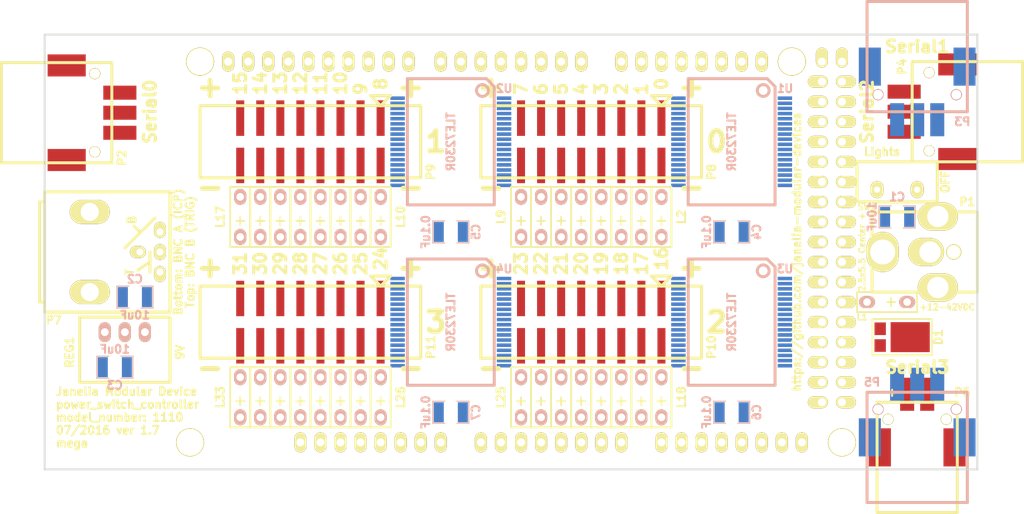
<source format=kicad_pcb>
(kicad_pcb (version 4) (host pcbnew 4.1.0-alpha+201607150317+6980~46~ubuntu16.04.1-product)

  (general
    (links 227)
    (no_connects 227)
    (area 87.439499 70.675499 218.374686 136.334501)
    (thickness 1.6)
    (drawings 68)
    (tracks 0)
    (zones 0)
    (modules 59)
    (nets 58)
  )

  (page A4)
  (title_block
    (title power_switch_controller_mega)
    (rev 1.7)
  )

  (layers
    (0 F.Cu signal)
    (31 B.Cu signal)
    (32 B.Adhes user)
    (33 F.Adhes user)
    (34 B.Paste user)
    (35 F.Paste user)
    (36 B.SilkS user)
    (37 F.SilkS user)
    (38 B.Mask user)
    (39 F.Mask user)
    (40 Dwgs.User user hide)
    (41 Cmts.User user)
    (42 Eco1.User user)
    (43 Eco2.User user)
    (44 Edge.Cuts user)
    (45 Margin user)
    (46 B.CrtYd user)
    (47 F.CrtYd user)
    (48 B.Fab user)
    (49 F.Fab user)
  )

  (setup
    (last_trace_width 0.254)
    (trace_clearance 0.0254)
    (zone_clearance 0.2032)
    (zone_45_only no)
    (trace_min 0.254)
    (segment_width 0.381)
    (edge_width 0.2286)
    (via_size 0.889)
    (via_drill 0.635)
    (via_min_size 0.889)
    (via_min_drill 0.508)
    (uvia_size 0.508)
    (uvia_drill 0.127)
    (uvias_allowed no)
    (uvia_min_size 0.508)
    (uvia_min_drill 0.127)
    (pcb_text_width 0.3)
    (pcb_text_size 1.5 1.5)
    (mod_edge_width 0.381)
    (mod_text_size 1 1)
    (mod_text_width 0.15)
    (pad_size 1.016 4.4958)
    (pad_drill 0)
    (pad_to_mask_clearance 0)
    (aux_axis_origin 0 0)
    (visible_elements FFFFF77F)
    (pcbplotparams
      (layerselection 0x000f0_ffffffff)
      (usegerberextensions true)
      (excludeedgelayer false)
      (linewidth 0.100000)
      (plotframeref false)
      (viasonmask false)
      (mode 1)
      (useauxorigin false)
      (hpglpennumber 1)
      (hpglpenspeed 20)
      (hpglpendiameter 15)
      (psnegative false)
      (psa4output false)
      (plotreference true)
      (plotvalue true)
      (plotinvisibletext false)
      (padsonsilk false)
      (subtractmaskfromsilk true)
      (outputformat 1)
      (mirror false)
      (drillshape 0)
      (scaleselection 1)
      (outputdirectory gerbers/))
  )

  (net 0 "")
  (net 1 VAA)
  (net 2 GND)
  (net 3 /V_IN)
  (net 4 +5V)
  (net 5 /TX3)
  (net 6 /CS)
  (net 7 /MISO)
  (net 8 /MOSI)
  (net 9 /SCK)
  (net 10 /LED_PWR)
  (net 11 /OUT0)
  (net 12 /OUT1)
  (net 13 /OUT2)
  (net 14 /OUT3)
  (net 15 /OUT4)
  (net 16 /OUT5)
  (net 17 /OUT6)
  (net 18 /OUT7)
  (net 19 /OUT8)
  (net 20 /OUT9)
  (net 21 /OUT10)
  (net 22 /OUT11)
  (net 23 /OUT12)
  (net 24 /OUT13)
  (net 25 /OUT14)
  (net 26 /OUT15)
  (net 27 /BNC_A)
  (net 28 /BNC_B)
  (net 29 /OUT16)
  (net 30 /OUT17)
  (net 31 /OUT18)
  (net 32 /OUT19)
  (net 33 /OUT20)
  (net 34 /OUT21)
  (net 35 /OUT22)
  (net 36 /OUT23)
  (net 37 /OUT24)
  (net 38 /OUT25)
  (net 39 /OUT26)
  (net 40 /OUT27)
  (net 41 /OUT28)
  (net 42 /OUT29)
  (net 43 /OUT30)
  (net 44 /OUT31)
  (net 45 /RX0)
  (net 46 /TX0)
  (net 47 /RX3)
  (net 48 /TX2)
  (net 49 /RX2)
  (net 50 /TX1)
  (net 51 /RX1)
  (net 52 /RESET)
  (net 53 /SO1)
  (net 54 /SO2)
  (net 55 /SO3)
  (net 56 /IN)
  (net 57 VCC)

  (net_class Default "This is the default net class."
    (clearance 0.0254)
    (trace_width 0.254)
    (via_dia 0.889)
    (via_drill 0.635)
    (uvia_dia 0.508)
    (uvia_drill 0.127)
  )

  (net_class GND ""
    (clearance 0.1016)
    (trace_width 0.4064)
    (via_dia 0.889)
    (via_drill 0.635)
    (uvia_dia 0.508)
    (uvia_drill 0.127)
    (add_net GND)
  )

  (net_class LEDPOWER ""
    (clearance 0.254)
    (trace_width 0.508)
    (via_dia 0.889)
    (via_drill 0.635)
    (uvia_dia 0.508)
    (uvia_drill 0.127)
    (add_net /LED_PWR)
  )

  (net_class POWER ""
    (clearance 0.254)
    (trace_width 0.8128)
    (via_dia 0.889)
    (via_drill 0.635)
    (uvia_dia 0.508)
    (uvia_drill 0.127)
    (add_net /V_IN)
  )

  (net_class SIGNAL ""
    (clearance 0.1016)
    (trace_width 0.4064)
    (via_dia 0.889)
    (via_drill 0.635)
    (uvia_dia 0.508)
    (uvia_drill 0.127)
    (add_net +5V)
    (add_net /BNC_A)
    (add_net /BNC_B)
    (add_net /CS)
    (add_net /IN)
    (add_net /MISO)
    (add_net /MOSI)
    (add_net /OUT0)
    (add_net /OUT1)
    (add_net /OUT10)
    (add_net /OUT11)
    (add_net /OUT12)
    (add_net /OUT13)
    (add_net /OUT14)
    (add_net /OUT15)
    (add_net /OUT16)
    (add_net /OUT17)
    (add_net /OUT18)
    (add_net /OUT19)
    (add_net /OUT2)
    (add_net /OUT20)
    (add_net /OUT21)
    (add_net /OUT22)
    (add_net /OUT23)
    (add_net /OUT24)
    (add_net /OUT25)
    (add_net /OUT26)
    (add_net /OUT27)
    (add_net /OUT28)
    (add_net /OUT29)
    (add_net /OUT3)
    (add_net /OUT30)
    (add_net /OUT31)
    (add_net /OUT4)
    (add_net /OUT5)
    (add_net /OUT6)
    (add_net /OUT7)
    (add_net /OUT8)
    (add_net /OUT9)
    (add_net /RESET)
    (add_net /RX0)
    (add_net /RX1)
    (add_net /RX2)
    (add_net /RX3)
    (add_net /SCK)
    (add_net /SO1)
    (add_net /SO2)
    (add_net /SO3)
    (add_net /TX0)
    (add_net /TX1)
    (add_net /TX2)
    (add_net /TX3)
  )

  (net_class SUPERPOWER ""
    (clearance 0.254)
    (trace_width 1.016)
    (via_dia 0.889)
    (via_drill 0.635)
    (uvia_dia 0.508)
    (uvia_drill 0.127)
    (add_net VAA)
    (add_net VCC)
  )

  (module power_switch_controller_mega:SM1210 (layer B.Cu) (tedit 56D854E4) (tstamp 54BEE4B5)
    (at 144.78 123.19)
    (tags "CMS SM")
    (path /54AADA2E)
    (attr smd)
    (fp_text reference C7 (at 3.175 0 90) (layer B.SilkS)
      (effects (font (size 1.016 1.016) (thickness 0.254)) (justify mirror))
    )
    (fp_text value 0.1uF (at -3.175 0 90) (layer B.SilkS)
      (effects (font (size 1.016 1.016) (thickness 0.254)) (justify mirror))
    )
    (fp_line (start -0.762 1.397) (end -2.286 1.397) (layer B.SilkS) (width 0.127))
    (fp_line (start -2.286 1.397) (end -2.286 -1.397) (layer B.SilkS) (width 0.127))
    (fp_line (start -2.286 -1.397) (end -0.762 -1.397) (layer B.SilkS) (width 0.127))
    (fp_line (start 0.762 -1.397) (end 2.286 -1.397) (layer B.SilkS) (width 0.127))
    (fp_line (start 2.286 -1.397) (end 2.286 1.397) (layer B.SilkS) (width 0.127))
    (fp_line (start 2.286 1.397) (end 0.762 1.397) (layer B.SilkS) (width 0.127))
    (pad 1 smd rect (at -1.524 0) (size 1.27 2.54) (layers B.Cu B.Paste B.Mask)
      (net 4 +5V))
    (pad 2 smd rect (at 1.524 0) (size 1.27 2.54) (layers B.Cu B.Paste B.Mask)
      (net 2 GND))
    (model smd/chip_cms.wrl
      (at (xyz 0 0 0))
      (scale (xyz 0.17 0.2 0.17))
      (rotate (xyz 0 0 0))
    )
  )

  (module power_switch_controller_mega:DC_DC_CONV_R78C (layer F.Cu) (tedit 57868B9E) (tstamp 5480CA49)
    (at 103.505 113.03 180)
    (path /5769749F)
    (fp_text reference REG1 (at 6.985 -2.54 270) (layer F.SilkS)
      (effects (font (size 1.016 1.016) (thickness 0.254)))
    )
    (fp_text value CONV_DC_DC_9V_1A (at 6.858 -2.286 270) (layer F.SilkS) hide
      (effects (font (size 1.016 1.016) (thickness 0.254)))
    )
    (fp_line (start 5.715 1.905) (end 5.715 -6.35) (layer F.SilkS) (width 0.381))
    (fp_line (start 5.715 -6.35) (end -5.715 -6.35) (layer F.SilkS) (width 0.381))
    (fp_line (start -5.715 -6.35) (end -5.715 1.905) (layer F.SilkS) (width 0.381))
    (fp_line (start -5.715 1.905) (end 5.715 1.905) (layer F.SilkS) (width 0.381))
    (pad 2 thru_hole oval (at 0 0 180) (size 1.524 2.54) (drill 0.9906) (layers *.Cu *.SilkS *.Mask)
      (net 2 GND))
    (pad 3 thru_hole oval (at 2.54 0 180) (size 1.524 2.54) (drill 0.9906) (layers *.Cu *.SilkS *.Mask)
      (net 3 /V_IN))
    (pad 1 thru_hole oval (at -2.54 0 180) (size 1.524 2.54) (drill 0.9906) (layers *.Cu *.SilkS *.Mask)
      (net 1 VAA))
  )

  (module power_switch_controller_mega:DCJACK_2PIN_HIGHCURRENT (layer F.Cu) (tedit 57698C90) (tstamp 5480C9FD)
    (at 211.455 102.87 270)
    (path /5488FCDE)
    (fp_text reference P1 (at -6.35 1.27) (layer F.SilkS)
      (effects (font (size 1.016 1.016) (thickness 0.254)))
    )
    (fp_text value PWR_JACK_2.5x5.5 (at -6.35 10.795) (layer F.SilkS) hide
      (effects (font (size 1.016 1.016) (thickness 0.254)))
    )
    (fp_line (start -5.08 13.335) (end 5.08 13.335) (layer F.SilkS) (width 0.381))
    (fp_line (start 5.08 13.335) (end 5.08 0) (layer F.SilkS) (width 0.381))
    (fp_line (start -5.08 13.335) (end -5.08 0) (layer F.SilkS) (width 0.381))
    (fp_line (start -5.08 0) (end 5.08 0) (layer F.SilkS) (width 0.381))
    (pad "" thru_hole circle (at 0 2.9972 270) (size 1.9304 1.9304) (drill 1.6002) (layers *.Cu *.Mask F.SilkS))
    (pad 2 thru_hole oval (at 0 5.9944 270) (size 3.556 4.572) (drill 2.6924 (offset 0 0.508)) (layers *.Cu *.Mask F.SilkS)
      (net 2 GND))
    (pad 1 thru_hole oval (at 0 11.9888 270) (size 5.08 4.064) (drill 3.1496) (layers *.Cu *.Mask F.SilkS)
      (net 1 VAA))
    (pad "" thru_hole oval (at -4.4958 5.0038 270) (size 3.556 5.08) (drill 2.6924) (layers *.Cu *.Mask F.SilkS))
    (pad "" thru_hole oval (at 4.4958 5.0038 270) (size 3.556 5.08) (drill 2.6924) (layers *.Cu *.Mask F.SilkS))
  )

  (module power_switch_controller_mega:SM1210 (layer B.Cu) (tedit 57698B85) (tstamp 5480C963)
    (at 201.295 98.425)
    (tags "CMS SM")
    (path /56D083E8)
    (attr smd)
    (fp_text reference C1 (at 0 -2.54) (layer B.SilkS)
      (effects (font (size 1.016 1.016) (thickness 0.254)) (justify mirror))
    )
    (fp_text value 10uF (at -3.175 0 90) (layer B.SilkS)
      (effects (font (size 1.016 1.016) (thickness 0.254)) (justify mirror))
    )
    (fp_line (start -0.762 1.397) (end -2.286 1.397) (layer B.SilkS) (width 0.127))
    (fp_line (start -2.286 1.397) (end -2.286 -1.397) (layer B.SilkS) (width 0.127))
    (fp_line (start -2.286 -1.397) (end -0.762 -1.397) (layer B.SilkS) (width 0.127))
    (fp_line (start 0.762 -1.397) (end 2.286 -1.397) (layer B.SilkS) (width 0.127))
    (fp_line (start 2.286 -1.397) (end 2.286 1.397) (layer B.SilkS) (width 0.127))
    (fp_line (start 2.286 1.397) (end 0.762 1.397) (layer B.SilkS) (width 0.127))
    (pad 1 smd rect (at -1.524 0) (size 1.27 2.54) (layers B.Cu B.Paste B.Mask)
      (net 1 VAA))
    (pad 2 smd rect (at 1.524 0) (size 1.27 2.54) (layers B.Cu B.Paste B.Mask)
      (net 2 GND))
    (model smd/chip_cms.wrl
      (at (xyz 0 0 0))
      (scale (xyz 0.17 0.2 0.17))
      (rotate (xyz 0 0 0))
    )
  )

  (module power_switch_controller_mega:SM1210 (layer B.Cu) (tedit 5481F170) (tstamp 5480C96F)
    (at 104.775 108.585 180)
    (tags "CMS SM")
    (path /548925C4)
    (attr smd)
    (fp_text reference C2 (at 0 2.286 180) (layer B.SilkS)
      (effects (font (size 1.016 1.016) (thickness 0.254)) (justify mirror))
    )
    (fp_text value 10uF (at 0 -2.286 180) (layer B.SilkS)
      (effects (font (size 1.016 1.016) (thickness 0.254)) (justify mirror))
    )
    (fp_line (start -0.762 1.397) (end -2.286 1.397) (layer B.SilkS) (width 0.127))
    (fp_line (start -2.286 1.397) (end -2.286 -1.397) (layer B.SilkS) (width 0.127))
    (fp_line (start -2.286 -1.397) (end -0.762 -1.397) (layer B.SilkS) (width 0.127))
    (fp_line (start 0.762 -1.397) (end 2.286 -1.397) (layer B.SilkS) (width 0.127))
    (fp_line (start 2.286 -1.397) (end 2.286 1.397) (layer B.SilkS) (width 0.127))
    (fp_line (start 2.286 1.397) (end 0.762 1.397) (layer B.SilkS) (width 0.127))
    (pad 1 smd rect (at -1.524 0 180) (size 1.27 2.54) (layers B.Cu B.Paste B.Mask)
      (net 1 VAA))
    (pad 2 smd rect (at 1.524 0 180) (size 1.27 2.54) (layers B.Cu B.Paste B.Mask)
      (net 2 GND))
    (model smd/chip_cms.wrl
      (at (xyz 0 0 0))
      (scale (xyz 0.17 0.2 0.17))
      (rotate (xyz 0 0 0))
    )
  )

  (module power_switch_controller_mega:SM1210 (layer B.Cu) (tedit 56D85500) (tstamp 5480C99F)
    (at 180.34 123.19)
    (tags "CMS SM")
    (path /548B293B)
    (attr smd)
    (fp_text reference C6 (at 3.175 0 90) (layer B.SilkS)
      (effects (font (size 1.016 1.016) (thickness 0.254)) (justify mirror))
    )
    (fp_text value 0.1uF (at -3.175 0 90) (layer B.SilkS)
      (effects (font (size 1.016 1.016) (thickness 0.254)) (justify mirror))
    )
    (fp_line (start -0.762 1.397) (end -2.286 1.397) (layer B.SilkS) (width 0.127))
    (fp_line (start -2.286 1.397) (end -2.286 -1.397) (layer B.SilkS) (width 0.127))
    (fp_line (start -2.286 -1.397) (end -0.762 -1.397) (layer B.SilkS) (width 0.127))
    (fp_line (start 0.762 -1.397) (end 2.286 -1.397) (layer B.SilkS) (width 0.127))
    (fp_line (start 2.286 -1.397) (end 2.286 1.397) (layer B.SilkS) (width 0.127))
    (fp_line (start 2.286 1.397) (end 0.762 1.397) (layer B.SilkS) (width 0.127))
    (pad 1 smd rect (at -1.524 0) (size 1.27 2.54) (layers B.Cu B.Paste B.Mask)
      (net 4 +5V))
    (pad 2 smd rect (at 1.524 0) (size 1.27 2.54) (layers B.Cu B.Paste B.Mask)
      (net 2 GND))
    (model smd/chip_cms.wrl
      (at (xyz 0 0 0))
      (scale (xyz 0.17 0.2 0.17))
      (rotate (xyz 0 0 0))
    )
  )

  (module power_switch_controller_mega:BNC_DOUBLE (layer F.Cu) (tedit 56D078E1) (tstamp 56CF966E)
    (at 99.06 102.87 90)
    (path /54ADBC63)
    (fp_text reference P7 (at -8.636 -4.572) (layer F.SilkS)
      (effects (font (size 1.016 1.016) (thickness 0.254)))
    )
    (fp_text value BNC_DOUBLE_RA (at -8.636 0 180) (layer F.SilkS) hide
      (effects (font (size 1.016 1.016) (thickness 0.254)))
    )
    (fp_text user "Top: BNC B (TRIG)" (at 0 12.7 90) (layer F.SilkS)
      (effects (font (size 1.016 1.016) (thickness 0.254)))
    )
    (fp_text user "Bottom: BNC A (ICP)" (at 0 11.176 90) (layer F.SilkS)
      (effects (font (size 1.016 1.016) (thickness 0.254)))
    )
    (fp_line (start 2.54 6.35) (end 3.302 5.588) (layer F.SilkS) (width 0.381))
    (fp_line (start -1.27 7.62) (end -2.286 6.096) (layer F.SilkS) (width 0.381))
    (fp_line (start -6.35 -5.715) (end -6.35 -6.35) (layer F.SilkS) (width 0.381))
    (fp_line (start -6.35 -6.35) (end 6.35 -6.35) (layer F.SilkS) (width 0.381))
    (fp_line (start 6.35 -6.35) (end 6.35 -5.715) (layer F.SilkS) (width 0.381))
    (fp_line (start -7.62 -5.715) (end -7.62 10.16) (layer F.SilkS) (width 0.381))
    (fp_line (start -7.62 10.16) (end 7.62 10.16) (layer F.SilkS) (width 0.381))
    (fp_line (start 7.62 10.16) (end 7.62 -5.715) (layer F.SilkS) (width 0.381))
    (fp_line (start 7.62 -5.715) (end -7.62 -5.715) (layer F.SilkS) (width 0.381))
    (fp_text user B (at 4.064 5.334 90) (layer F.SilkS)
      (effects (font (size 1.016 1.016) (thickness 0.254)))
    )
    (fp_line (start 4.318 8.255) (end 0.508 4.445) (layer F.SilkS) (width 0.381))
    (fp_text user T (at -2.54 5.08 90) (layer F.SilkS)
      (effects (font (size 1.016 1.016) (thickness 0.254)))
    )
    (fp_line (start 0 7.62) (end -2.54 7.62) (layer F.SilkS) (width 0.381))
    (pad "" thru_hole oval (at -5.08 0 90) (size 3.048 5.08) (drill 2.286) (layers *.Cu *.Mask F.SilkS))
    (pad "" thru_hole oval (at 5.08 0 90) (size 3.048 5.08) (drill 2.286) (layers *.Cu *.Mask F.SilkS))
    (pad 1 thru_hole oval (at 0 6.35 90) (size 1.524 2.032) (drill 0.889 (offset 0 -0.254)) (layers *.Cu *.Mask F.SilkS)
      (net 27 /BNC_A))
    (pad 3 thru_hole oval (at 0 8.89 90) (size 2.032 1.524) (drill 0.889) (layers *.Cu *.Mask F.SilkS)
      (net 28 /BNC_B))
    (pad 2 thru_hole oval (at 2.54 8.89 90) (size 2.032 1.524) (drill 0.889 (offset 0.254 0)) (layers *.Cu *.Mask F.SilkS)
      (net 2 GND))
    (pad 4 thru_hole oval (at -2.54 8.89 90) (size 2.032 1.524) (drill 0.889 (offset -0.254 0)) (layers *.Cu *.Mask F.SilkS)
      (net 2 GND))
  )

  (module power_switch_controller_mega:HEADER_02x08_SMD (layer F.Cu) (tedit 57868D14) (tstamp 56CF96A0)
    (at 162.56 88.9)
    (path /56D96A90)
    (fp_text reference P8 (at 15.24 3.81 90) (layer F.SilkS)
      (effects (font (size 1.016 1.016) (thickness 0.254)))
    )
    (fp_text value HEADER_02X08_SMD (at 0 6.35) (layer F.SilkS) hide
      (effects (font (size 1.016 1.016) (thickness 0.254)))
    )
    (fp_line (start 13.97 -4.572) (end -13.97 -4.572) (layer F.SilkS) (width 0.381))
    (fp_line (start -13.97 -4.572) (end -13.97 4.572) (layer F.SilkS) (width 0.381))
    (fp_line (start -13.97 4.572) (end 13.97 4.572) (layer F.SilkS) (width 0.381))
    (fp_line (start 13.97 -4.572) (end 13.97 4.572) (layer F.SilkS) (width 0.381))
    (fp_line (start 8.89 -4.572) (end 10.16 -5.842) (layer F.SilkS) (width 0.381))
    (fp_line (start 10.16 -5.842) (end 7.62 -5.842) (layer F.SilkS) (width 0.381))
    (fp_line (start 7.62 -5.842) (end 8.89 -4.572) (layer F.SilkS) (width 0.381))
    (pad 1 smd rect (at 8.89 -2.9972) (size 1.016 4.4958) (layers F.Cu F.Paste F.Mask)
      (net 1 VAA))
    (pad 2 smd rect (at 8.89 2.9972) (size 1.016 4.4958) (layers F.Cu F.Paste F.Mask)
      (net 11 /OUT0))
    (pad 3 smd rect (at 6.35 -2.9972) (size 1.016 4.4958) (layers F.Cu F.Paste F.Mask)
      (net 1 VAA))
    (pad 4 smd rect (at 6.35 2.9972) (size 1.016 4.4958) (layers F.Cu F.Paste F.Mask)
      (net 12 /OUT1))
    (pad 5 smd rect (at 3.81 -2.9972) (size 1.016 4.4958) (layers F.Cu F.Paste F.Mask)
      (net 1 VAA))
    (pad 6 smd rect (at 3.81 2.9972) (size 1.016 4.4958) (layers F.Cu F.Paste F.Mask)
      (net 13 /OUT2))
    (pad 7 smd rect (at 1.27 -2.9972) (size 1.016 4.4958) (layers F.Cu F.Paste F.Mask)
      (net 1 VAA))
    (pad 8 smd rect (at 1.27 2.9972) (size 1.016 4.4958) (layers F.Cu F.Paste F.Mask)
      (net 14 /OUT3))
    (pad 9 smd rect (at -1.27 -2.9972) (size 1.016 4.4958) (layers F.Cu F.Paste F.Mask)
      (net 1 VAA))
    (pad 10 smd rect (at -1.27 2.9972) (size 1.016 4.4958) (layers F.Cu F.Paste F.Mask)
      (net 15 /OUT4))
    (pad 11 smd rect (at -3.81 -2.9972) (size 1.016 4.4958) (layers F.Cu F.Paste F.Mask)
      (net 1 VAA))
    (pad 12 smd rect (at -3.81 2.9972) (size 1.016 4.4958) (layers F.Cu F.Paste F.Mask)
      (net 16 /OUT5))
    (pad 13 smd rect (at -6.35 -2.9972) (size 1.016 4.4958) (layers F.Cu F.Paste F.Mask)
      (net 1 VAA))
    (pad 14 smd rect (at -6.35 2.9972) (size 1.016 4.4958) (layers F.Cu F.Paste F.Mask)
      (net 17 /OUT6))
    (pad 15 smd rect (at -8.89 -2.9972) (size 1.016 4.4958) (layers F.Cu F.Paste F.Mask)
      (net 1 VAA))
    (pad 16 smd rect (at -8.89 2.9972) (size 1.016 4.4958) (layers F.Cu F.Paste F.Mask)
      (net 18 /OUT7))
  )

  (module power_switch_controller_mega:HEADER_02x08_SMD (layer F.Cu) (tedit 57868D0C) (tstamp 56CF96BB)
    (at 127 88.9)
    (path /56D96E95)
    (fp_text reference P9 (at 15.24 3.81 90) (layer F.SilkS)
      (effects (font (size 1.016 1.016) (thickness 0.254)))
    )
    (fp_text value HEADER_02X08_SMD (at 0 6.35) (layer F.SilkS) hide
      (effects (font (size 1.016 1.016) (thickness 0.254)))
    )
    (fp_line (start 13.97 -4.572) (end -13.97 -4.572) (layer F.SilkS) (width 0.381))
    (fp_line (start -13.97 -4.572) (end -13.97 4.572) (layer F.SilkS) (width 0.381))
    (fp_line (start -13.97 4.572) (end 13.97 4.572) (layer F.SilkS) (width 0.381))
    (fp_line (start 13.97 -4.572) (end 13.97 4.572) (layer F.SilkS) (width 0.381))
    (fp_line (start 8.89 -4.572) (end 10.16 -5.842) (layer F.SilkS) (width 0.381))
    (fp_line (start 10.16 -5.842) (end 7.62 -5.842) (layer F.SilkS) (width 0.381))
    (fp_line (start 7.62 -5.842) (end 8.89 -4.572) (layer F.SilkS) (width 0.381))
    (pad 1 smd rect (at 8.89 -2.9972) (size 1.016 4.4958) (layers F.Cu F.Paste F.Mask)
      (net 1 VAA))
    (pad 2 smd rect (at 8.89 2.9972) (size 1.016 4.4958) (layers F.Cu F.Paste F.Mask)
      (net 19 /OUT8))
    (pad 3 smd rect (at 6.35 -2.9972) (size 1.016 4.4958) (layers F.Cu F.Paste F.Mask)
      (net 1 VAA))
    (pad 4 smd rect (at 6.35 2.9972) (size 1.016 4.4958) (layers F.Cu F.Paste F.Mask)
      (net 20 /OUT9))
    (pad 5 smd rect (at 3.81 -2.9972) (size 1.016 4.4958) (layers F.Cu F.Paste F.Mask)
      (net 1 VAA))
    (pad 6 smd rect (at 3.81 2.9972) (size 1.016 4.4958) (layers F.Cu F.Paste F.Mask)
      (net 21 /OUT10))
    (pad 7 smd rect (at 1.27 -2.9972) (size 1.016 4.4958) (layers F.Cu F.Paste F.Mask)
      (net 1 VAA))
    (pad 8 smd rect (at 1.27 2.9972) (size 1.016 4.4958) (layers F.Cu F.Paste F.Mask)
      (net 22 /OUT11))
    (pad 9 smd rect (at -1.27 -2.9972) (size 1.016 4.4958) (layers F.Cu F.Paste F.Mask)
      (net 1 VAA))
    (pad 10 smd rect (at -1.27 2.9972) (size 1.016 4.4958) (layers F.Cu F.Paste F.Mask)
      (net 23 /OUT12))
    (pad 11 smd rect (at -3.81 -2.9972) (size 1.016 4.4958) (layers F.Cu F.Paste F.Mask)
      (net 1 VAA))
    (pad 12 smd rect (at -3.81 2.9972) (size 1.016 4.4958) (layers F.Cu F.Paste F.Mask)
      (net 24 /OUT13))
    (pad 13 smd rect (at -6.35 -2.9972) (size 1.016 4.4958) (layers F.Cu F.Paste F.Mask)
      (net 1 VAA))
    (pad 14 smd rect (at -6.35 2.9972) (size 1.016 4.4958) (layers F.Cu F.Paste F.Mask)
      (net 25 /OUT14))
    (pad 15 smd rect (at -8.89 -2.9972) (size 1.016 4.4958) (layers F.Cu F.Paste F.Mask)
      (net 1 VAA))
    (pad 16 smd rect (at -8.89 2.9972) (size 1.016 4.4958) (layers F.Cu F.Paste F.Mask)
      (net 26 /OUT15))
  )

  (module power_switch_controller_mega:HEADER_02x08_SMD (layer F.Cu) (tedit 57868D26) (tstamp 56CF96D6)
    (at 162.56 111.76)
    (path /56D970C5)
    (fp_text reference P10 (at 15.24 3.175 90) (layer F.SilkS)
      (effects (font (size 1.016 1.016) (thickness 0.254)))
    )
    (fp_text value HEADER_02X08_SMD (at 0 6.35) (layer F.SilkS) hide
      (effects (font (size 1.016 1.016) (thickness 0.254)))
    )
    (fp_line (start 13.97 -4.572) (end -13.97 -4.572) (layer F.SilkS) (width 0.381))
    (fp_line (start -13.97 -4.572) (end -13.97 4.572) (layer F.SilkS) (width 0.381))
    (fp_line (start -13.97 4.572) (end 13.97 4.572) (layer F.SilkS) (width 0.381))
    (fp_line (start 13.97 -4.572) (end 13.97 4.572) (layer F.SilkS) (width 0.381))
    (fp_line (start 8.89 -4.572) (end 10.16 -5.842) (layer F.SilkS) (width 0.381))
    (fp_line (start 10.16 -5.842) (end 7.62 -5.842) (layer F.SilkS) (width 0.381))
    (fp_line (start 7.62 -5.842) (end 8.89 -4.572) (layer F.SilkS) (width 0.381))
    (pad 1 smd rect (at 8.89 -2.9972) (size 1.016 4.4958) (layers F.Cu F.Paste F.Mask)
      (net 1 VAA))
    (pad 2 smd rect (at 8.89 2.9972) (size 1.016 4.4958) (layers F.Cu F.Paste F.Mask)
      (net 29 /OUT16))
    (pad 3 smd rect (at 6.35 -2.9972) (size 1.016 4.4958) (layers F.Cu F.Paste F.Mask)
      (net 1 VAA))
    (pad 4 smd rect (at 6.35 2.9972) (size 1.016 4.4958) (layers F.Cu F.Paste F.Mask)
      (net 30 /OUT17))
    (pad 5 smd rect (at 3.81 -2.9972) (size 1.016 4.4958) (layers F.Cu F.Paste F.Mask)
      (net 1 VAA))
    (pad 6 smd rect (at 3.81 2.9972) (size 1.016 4.4958) (layers F.Cu F.Paste F.Mask)
      (net 31 /OUT18))
    (pad 7 smd rect (at 1.27 -2.9972) (size 1.016 4.4958) (layers F.Cu F.Paste F.Mask)
      (net 1 VAA))
    (pad 8 smd rect (at 1.27 2.9972) (size 1.016 4.4958) (layers F.Cu F.Paste F.Mask)
      (net 32 /OUT19))
    (pad 9 smd rect (at -1.27 -2.9972) (size 1.016 4.4958) (layers F.Cu F.Paste F.Mask)
      (net 1 VAA))
    (pad 10 smd rect (at -1.27 2.9972) (size 1.016 4.4958) (layers F.Cu F.Paste F.Mask)
      (net 33 /OUT20))
    (pad 11 smd rect (at -3.81 -2.9972) (size 1.016 4.4958) (layers F.Cu F.Paste F.Mask)
      (net 1 VAA))
    (pad 12 smd rect (at -3.81 2.9972) (size 1.016 4.4958) (layers F.Cu F.Paste F.Mask)
      (net 34 /OUT21))
    (pad 13 smd rect (at -6.35 -2.9972) (size 1.016 4.4958) (layers F.Cu F.Paste F.Mask)
      (net 1 VAA))
    (pad 14 smd rect (at -6.35 2.9972) (size 1.016 4.4958) (layers F.Cu F.Paste F.Mask)
      (net 35 /OUT22))
    (pad 15 smd rect (at -8.89 -2.9972) (size 1.016 4.4958) (layers F.Cu F.Paste F.Mask)
      (net 1 VAA))
    (pad 16 smd rect (at -8.89 2.9972) (size 1.016 4.4958) (layers F.Cu F.Paste F.Mask)
      (net 36 /OUT23))
  )

  (module power_switch_controller_mega:HEADER_02x08_SMD (layer F.Cu) (tedit 57868D1B) (tstamp 56CF96F1)
    (at 127 111.76)
    (path /56D971A8)
    (fp_text reference P11 (at 15.24 3.175 90) (layer F.SilkS)
      (effects (font (size 1.016 1.016) (thickness 0.254)))
    )
    (fp_text value HEADER_02X08_SMD (at 0 6.35) (layer F.SilkS) hide
      (effects (font (size 1.016 1.016) (thickness 0.254)))
    )
    (fp_line (start 13.97 -4.572) (end -13.97 -4.572) (layer F.SilkS) (width 0.381))
    (fp_line (start -13.97 -4.572) (end -13.97 4.572) (layer F.SilkS) (width 0.381))
    (fp_line (start -13.97 4.572) (end 13.97 4.572) (layer F.SilkS) (width 0.381))
    (fp_line (start 13.97 -4.572) (end 13.97 4.572) (layer F.SilkS) (width 0.381))
    (fp_line (start 8.89 -4.572) (end 10.16 -5.842) (layer F.SilkS) (width 0.381))
    (fp_line (start 10.16 -5.842) (end 7.62 -5.842) (layer F.SilkS) (width 0.381))
    (fp_line (start 7.62 -5.842) (end 8.89 -4.572) (layer F.SilkS) (width 0.381))
    (pad 1 smd rect (at 8.89 -2.9972) (size 1.016 4.4958) (layers F.Cu F.Paste F.Mask)
      (net 1 VAA))
    (pad 2 smd rect (at 8.89 2.9972) (size 1.016 4.4958) (layers F.Cu F.Paste F.Mask)
      (net 37 /OUT24))
    (pad 3 smd rect (at 6.35 -2.9972) (size 1.016 4.4958) (layers F.Cu F.Paste F.Mask)
      (net 1 VAA))
    (pad 4 smd rect (at 6.35 2.9972) (size 1.016 4.4958) (layers F.Cu F.Paste F.Mask)
      (net 38 /OUT25))
    (pad 5 smd rect (at 3.81 -2.9972) (size 1.016 4.4958) (layers F.Cu F.Paste F.Mask)
      (net 1 VAA))
    (pad 6 smd rect (at 3.81 2.9972) (size 1.016 4.4958) (layers F.Cu F.Paste F.Mask)
      (net 39 /OUT26))
    (pad 7 smd rect (at 1.27 -2.9972) (size 1.016 4.4958) (layers F.Cu F.Paste F.Mask)
      (net 1 VAA))
    (pad 8 smd rect (at 1.27 2.9972) (size 1.016 4.4958) (layers F.Cu F.Paste F.Mask)
      (net 40 /OUT27))
    (pad 9 smd rect (at -1.27 -2.9972) (size 1.016 4.4958) (layers F.Cu F.Paste F.Mask)
      (net 1 VAA))
    (pad 10 smd rect (at -1.27 2.9972) (size 1.016 4.4958) (layers F.Cu F.Paste F.Mask)
      (net 41 /OUT28))
    (pad 11 smd rect (at -3.81 -2.9972) (size 1.016 4.4958) (layers F.Cu F.Paste F.Mask)
      (net 1 VAA))
    (pad 12 smd rect (at -3.81 2.9972) (size 1.016 4.4958) (layers F.Cu F.Paste F.Mask)
      (net 42 /OUT29))
    (pad 13 smd rect (at -6.35 -2.9972) (size 1.016 4.4958) (layers F.Cu F.Paste F.Mask)
      (net 1 VAA))
    (pad 14 smd rect (at -6.35 2.9972) (size 1.016 4.4958) (layers F.Cu F.Paste F.Mask)
      (net 43 /OUT30))
    (pad 15 smd rect (at -8.89 -2.9972) (size 1.016 4.4958) (layers F.Cu F.Paste F.Mask)
      (net 1 VAA))
    (pad 16 smd rect (at -8.89 2.9972) (size 1.016 4.4958) (layers F.Cu F.Paste F.Mask)
      (net 44 /OUT31))
  )

  (module power_switch_controller_mega:ARDUINO_MEGA_SHIELD (layer F.Cu) (tedit 56D06BD8) (tstamp 5488C98D)
    (at 97.79 129.54)
    (path /54AD3990)
    (fp_text reference ARDUINO1 (at 26.035 -41.275) (layer F.SilkS) hide
      (effects (font (thickness 0.3048)))
    )
    (fp_text value ARDUINO_MEGA (at 25.4 -38.1) (layer F.SilkS) hide
      (effects (font (thickness 0.3048)))
    )
    (fp_circle (center 66.04 -7.62) (end 66.04 -9.525) (layer Dwgs.User) (width 0.381))
    (fp_circle (center 66.04 -35.56) (end 66.04 -37.465) (layer Dwgs.User) (width 0.381))
    (fp_text user USB (at 3.81 -38.1) (layer F.SilkS) hide
      (effects (font (thickness 0.3048)))
    )
    (fp_line (start 62.23 -24.13) (end 67.31 -24.13) (layer Dwgs.User) (width 0.381))
    (fp_line (start 67.31 -24.13) (end 67.31 -31.75) (layer Dwgs.User) (width 0.381))
    (fp_line (start 67.31 -31.75) (end 62.23 -31.75) (layer Dwgs.User) (width 0.381))
    (fp_line (start 62.23 -31.75) (end 62.23 -24.13) (layer Dwgs.User) (width 0.381))
    (fp_line (start 14.605 -43.815) (end 14.605 -48.26) (layer Dwgs.User) (width 0.381))
    (fp_line (start 17.145 -48.895) (end 22.225 -48.895) (layer Dwgs.User) (width 0.381))
    (fp_line (start 22.225 -48.895) (end 22.225 -43.815) (layer Dwgs.User) (width 0.381))
    (fp_line (start 22.225 -43.815) (end 14.605 -43.815) (layer Dwgs.User) (width 0.381))
    (fp_circle (center 74.295 -27.94) (end 74.295 -31.115) (layer Dwgs.User) (width 0.381))
    (fp_line (start -6.35 -31.75) (end -6.35 -44.45) (layer Dwgs.User) (width 0.381))
    (fp_line (start -6.35 -44.45) (end 9.525 -44.45) (layer Dwgs.User) (width 0.381))
    (fp_line (start 9.525 -44.45) (end 9.525 -31.75) (layer Dwgs.User) (width 0.381))
    (fp_line (start 9.525 -31.75) (end -6.35 -31.75) (layer Dwgs.User) (width 0.381))
    (fp_line (start 66.04 -0.635) (end 66.04 0) (layer Dwgs.User) (width 0.381))
    (fp_line (start 67.31 -3.81) (end 68.58 -5.08) (layer Dwgs.User) (width 0.381))
    (fp_line (start -2.54 -3.175) (end -2.54 -13.335) (layer Dwgs.User) (width 0.381))
    (fp_line (start -2.54 -13.335) (end 11.43 -13.335) (layer Dwgs.User) (width 0.381))
    (fp_line (start 11.43 -13.335) (end 11.43 -3.175) (layer Dwgs.User) (width 0.381))
    (fp_line (start 11.43 -3.175) (end -2.54 -3.175) (layer Dwgs.User) (width 0.381))
    (fp_line (start 64.77 -53.34) (end 66.04 -52.07) (layer Dwgs.User) (width 0.381))
    (fp_line (start 66.04 -52.07) (end 66.04 -40.64) (layer Dwgs.User) (width 0.381))
    (fp_line (start 66.04 -40.64) (end 68.58 -38.1) (layer Dwgs.User) (width 0.381))
    (fp_line (start 68.58 -38.1) (end 68.58 -5.08) (layer Dwgs.User) (width 0.381))
    (fp_line (start 0 0) (end 0 -53.34) (layer Dwgs.User) (width 0.381))
    (fp_line (start 0 -53.34) (end 96.52 -53.34) (layer Dwgs.User) (width 0.381))
    (fp_line (start 96.52 -53.34) (end 99.06 -50.8) (layer Dwgs.User) (width 0.381))
    (fp_line (start 99.06 -50.8) (end 99.06 -40.64) (layer Dwgs.User) (width 0.381))
    (fp_line (start 99.06 -40.64) (end 101.6 -38.1) (layer Dwgs.User) (width 0.381))
    (fp_line (start 101.6 -38.1) (end 101.6 -3.81) (layer Dwgs.User) (width 0.381))
    (fp_line (start 101.6 -3.81) (end 99.06 -1.27) (layer Dwgs.User) (width 0.381))
    (fp_line (start 99.06 -1.27) (end 99.06 0) (layer Dwgs.User) (width 0.381))
    (fp_line (start 99.06 0) (end 0 0) (layer Dwgs.User) (width 0.381))
    (pad "" thru_hole circle (at 13.97 -2.54) (size 3.556 3.556) (drill 3.302) (layers *.Cu *.Mask F.SilkS)
      (solder_mask_margin 0.1016) (clearance 0.1016))
    (pad "" thru_hole circle (at 15.24 -50.8) (size 3.556 3.556) (drill 3.302) (layers *.Cu *.Mask F.SilkS)
      (solder_mask_margin 0.1016) (clearance 0.1016))
    (pad "" thru_hole circle (at 96.52 -2.54) (size 3.556 3.556) (drill 3.302) (layers *.Cu *.Mask F.SilkS)
      (solder_mask_margin 0.1016) (clearance 0.1016))
    (pad "" thru_hole circle (at 90.17 -50.8) (size 3.556 3.556) (drill 3.302) (layers *.Cu *.Mask F.SilkS)
      (solder_mask_margin 0.1016) (clearance 0.1016))
    (pad NC thru_hole oval (at 27.94 -2.54 90) (size 2.54 1.524) (drill 1.016) (layers *.Cu *.Mask F.SilkS))
    (pad IREF thru_hole oval (at 30.48 -2.54 90) (size 2.54 1.524) (drill 1.016) (layers *.Cu *.Mask F.SilkS))
    (pad RST thru_hole oval (at 33.02 -2.54 90) (size 2.54 1.524) (drill 1.016) (layers *.Cu *.Mask F.SilkS))
    (pad 3V3 thru_hole oval (at 35.56 -2.54 90) (size 2.54 1.524) (drill 1.016) (layers *.Cu *.Mask F.SilkS))
    (pad 5V_1 thru_hole oval (at 38.1 -2.54 90) (size 2.54 1.524) (drill 1.016) (layers *.Cu *.Mask F.SilkS)
      (net 4 +5V))
    (pad GND1 thru_hole oval (at 40.64 -2.54 90) (size 2.54 1.524) (drill 1.016) (layers *.Cu *.Mask F.SilkS)
      (net 2 GND))
    (pad GND2 thru_hole oval (at 43.18 -2.54 90) (size 2.54 1.524) (drill 1.016) (layers *.Cu *.Mask F.SilkS)
      (net 2 GND))
    (pad V_IN thru_hole oval (at 45.72 -2.54 90) (size 2.54 1.524) (drill 1.016) (layers *.Cu *.Mask F.SilkS)
      (net 3 /V_IN))
    (pad A0 thru_hole oval (at 50.8 -2.54 90) (size 2.54 1.524) (drill 1.016) (layers *.Cu *.Mask F.SilkS))
    (pad A1 thru_hole oval (at 53.34 -2.54 90) (size 2.54 1.524) (drill 1.016) (layers *.Cu *.Mask F.SilkS))
    (pad A2 thru_hole oval (at 55.88 -2.54 90) (size 2.54 1.524) (drill 1.016) (layers *.Cu *.Mask F.SilkS))
    (pad A3 thru_hole oval (at 58.42 -2.54 90) (size 2.54 1.524) (drill 1.016) (layers *.Cu *.Mask F.SilkS))
    (pad A4 thru_hole oval (at 60.96 -2.54 90) (size 2.54 1.524) (drill 1.016) (layers *.Cu *.Mask F.SilkS))
    (pad A5 thru_hole oval (at 63.5 -2.54 90) (size 2.54 1.524) (drill 1.016) (layers *.Cu *.Mask F.SilkS))
    (pad A6 thru_hole oval (at 66.04 -2.54 90) (size 2.54 1.524) (drill 1.016) (layers *.Cu *.Mask F.SilkS))
    (pad A7 thru_hole oval (at 68.58 -2.54 90) (size 2.54 1.524) (drill 1.016) (layers *.Cu *.Mask F.SilkS))
    (pad A8 thru_hole oval (at 73.66 -2.54 90) (size 2.54 1.524) (drill 1.016) (layers *.Cu *.Mask F.SilkS))
    (pad A9 thru_hole oval (at 76.2 -2.54 90) (size 2.54 1.524) (drill 1.016) (layers *.Cu *.Mask F.SilkS))
    (pad A10 thru_hole oval (at 78.74 -2.54 90) (size 2.54 1.524) (drill 1.016) (layers *.Cu *.Mask F.SilkS))
    (pad A11 thru_hole oval (at 81.28 -2.54 90) (size 2.54 1.524) (drill 1.016) (layers *.Cu *.Mask F.SilkS))
    (pad A12 thru_hole oval (at 83.82 -2.54 90) (size 2.54 1.524) (drill 1.016) (layers *.Cu *.Mask F.SilkS))
    (pad A13 thru_hole oval (at 86.36 -2.54 90) (size 2.54 1.524) (drill 1.016) (layers *.Cu *.Mask F.SilkS))
    (pad A14 thru_hole oval (at 88.9 -2.54 90) (size 2.54 1.524) (drill 1.016) (layers *.Cu *.Mask F.SilkS))
    (pad A15 thru_hole oval (at 91.44 -2.54 90) (size 2.54 1.524) (drill 1.016) (layers *.Cu *.Mask F.SilkS))
    (pad 21B thru_hole oval (at 18.796 -50.8 90) (size 2.54 1.524) (drill 1.016) (layers *.Cu *.Mask F.SilkS))
    (pad 20B thru_hole oval (at 21.336 -50.8 90) (size 2.54 1.524) (drill 1.016) (layers *.Cu *.Mask F.SilkS))
    (pad AREF thru_hole oval (at 23.876 -50.8 90) (size 2.54 1.524) (drill 1.016) (layers *.Cu *.Mask F.SilkS))
    (pad GND3 thru_hole oval (at 26.416 -50.8 90) (size 2.54 1.524) (drill 1.016) (layers *.Cu *.Mask F.SilkS))
    (pad 13 thru_hole oval (at 28.956 -50.8 90) (size 2.54 1.524) (drill 1.016) (layers *.Cu *.Mask F.SilkS))
    (pad 12 thru_hole oval (at 31.496 -50.8 90) (size 2.54 1.524) (drill 1.016) (layers *.Cu *.Mask F.SilkS))
    (pad 11 thru_hole oval (at 34.036 -50.8 90) (size 2.54 1.524) (drill 1.016) (layers *.Cu *.Mask F.SilkS))
    (pad 10 thru_hole oval (at 36.576 -50.8 90) (size 2.54 1.524) (drill 1.016) (layers *.Cu *.Mask F.SilkS))
    (pad 9 thru_hole oval (at 39.116 -50.8 90) (size 2.54 1.524) (drill 1.016) (layers *.Cu *.Mask F.SilkS))
    (pad 8 thru_hole oval (at 41.656 -50.8 90) (size 2.54 1.524) (drill 1.016) (layers *.Cu *.Mask F.SilkS))
    (pad 7 thru_hole oval (at 45.72 -50.8 90) (size 2.54 1.524) (drill 1.016) (layers *.Cu *.Mask F.SilkS))
    (pad 0 thru_hole oval (at 63.5 -50.8 90) (size 2.54 1.524) (drill 1.016) (layers *.Cu *.Mask F.SilkS)
      (net 45 /RX0))
    (pad 1 thru_hole oval (at 60.96 -50.8 90) (size 2.54 1.524) (drill 1.016) (layers *.Cu *.Mask F.SilkS)
      (net 46 /TX0))
    (pad 2 thru_hole oval (at 58.42 -50.8 90) (size 2.54 1.524) (drill 1.016) (layers *.Cu *.Mask F.SilkS))
    (pad 3 thru_hole oval (at 55.88 -50.8 90) (size 2.54 1.524) (drill 1.016) (layers *.Cu *.Mask F.SilkS)
      (net 28 /BNC_B))
    (pad 4 thru_hole oval (at 53.34 -50.8 90) (size 2.54 1.524) (drill 1.016) (layers *.Cu *.Mask F.SilkS))
    (pad 5 thru_hole oval (at 50.8 -50.8 90) (size 2.54 1.524) (drill 1.016) (layers *.Cu *.Mask F.SilkS))
    (pad 6 thru_hole oval (at 48.26 -50.8 90) (size 2.54 1.524) (drill 1.016) (layers *.Cu *.Mask F.SilkS))
    (pad 14 thru_hole oval (at 68.58 -50.8 90) (size 2.54 1.524) (drill 1.016) (layers *.Cu *.Mask F.SilkS)
      (net 5 /TX3))
    (pad 15 thru_hole oval (at 71.12 -50.8 90) (size 2.54 1.524) (drill 1.016) (layers *.Cu *.Mask F.SilkS)
      (net 47 /RX3))
    (pad 16 thru_hole oval (at 73.66 -50.8 90) (size 2.54 1.524) (drill 1.016) (layers *.Cu *.Mask F.SilkS)
      (net 48 /TX2))
    (pad 17 thru_hole oval (at 76.2 -50.8 90) (size 2.54 1.524) (drill 1.016) (layers *.Cu *.Mask F.SilkS)
      (net 49 /RX2))
    (pad 18 thru_hole oval (at 78.74 -50.8 90) (size 2.54 1.524) (drill 1.016) (layers *.Cu *.Mask F.SilkS)
      (net 50 /TX1))
    (pad 19 thru_hole oval (at 81.28 -50.8 90) (size 2.54 1.524) (drill 1.016) (layers *.Cu *.Mask F.SilkS)
      (net 51 /RX1))
    (pad 20 thru_hole oval (at 83.82 -50.8 90) (size 2.54 1.524) (drill 1.016) (layers *.Cu *.Mask F.SilkS))
    (pad 21 thru_hole oval (at 86.36 -50.8 90) (size 2.54 1.524) (drill 1.016) (layers *.Cu *.Mask F.SilkS))
    (pad 5V_4 thru_hole oval (at 93.98 -50.8 90) (size 2.54 1.524) (drill 1.016 (offset 0.508 0)) (layers *.Cu *.Mask F.SilkS))
    (pad 5V_5 thru_hole oval (at 96.52 -50.8 90) (size 2.54 1.524) (drill 1.016 (offset 0.508 0)) (layers *.Cu *.Mask F.SilkS))
    (pad 22 thru_hole oval (at 93.98 -48.26 90) (size 1.524 2.54) (drill 1.016 (offset 0 -0.508)) (layers *.Cu *.Mask F.SilkS))
    (pad 23 thru_hole oval (at 96.52 -48.26 90) (size 1.524 2.54) (drill 1.016 (offset 0 0.508)) (layers *.Cu *.Mask F.SilkS))
    (pad 24 thru_hole oval (at 93.98 -45.72 90) (size 1.524 2.54) (drill 1.016 (offset 0 -0.508)) (layers *.Cu *.Mask F.SilkS))
    (pad 25 thru_hole oval (at 96.52 -45.72 90) (size 1.524 2.54) (drill 1.016 (offset 0 0.508)) (layers *.Cu *.Mask F.SilkS))
    (pad 26 thru_hole oval (at 93.98 -43.18 90) (size 1.524 2.54) (drill 1.016 (offset 0 -0.508)) (layers *.Cu *.Mask F.SilkS))
    (pad 27 thru_hole oval (at 96.52 -43.18 90) (size 1.524 2.54) (drill 1.016 (offset 0 0.508)) (layers *.Cu *.Mask F.SilkS))
    (pad 28 thru_hole oval (at 93.98 -40.64 90) (size 1.524 2.54) (drill 1.016 (offset 0 -0.508)) (layers *.Cu *.Mask F.SilkS))
    (pad 29 thru_hole oval (at 96.52 -40.64 90) (size 1.524 2.54) (drill 1.016 (offset 0 0.508)) (layers *.Cu *.Mask F.SilkS))
    (pad 30 thru_hole oval (at 93.98 -38.1 90) (size 1.524 2.54) (drill 1.016 (offset 0 -0.508)) (layers *.Cu *.Mask F.SilkS))
    (pad 31 thru_hole oval (at 96.52 -38.1 90) (size 1.524 2.54) (drill 1.016 (offset 0 0.508)) (layers *.Cu *.Mask F.SilkS))
    (pad 32 thru_hole oval (at 93.98 -35.56 90) (size 1.524 2.54) (drill 1.016 (offset 0 -0.508)) (layers *.Cu *.Mask F.SilkS))
    (pad 33 thru_hole oval (at 96.52 -35.56 90) (size 1.524 2.54) (drill 1.016 (offset 0 0.508)) (layers *.Cu *.Mask F.SilkS))
    (pad 34 thru_hole oval (at 93.98 -33.02 90) (size 1.524 2.54) (drill 1.016 (offset 0 -0.508)) (layers *.Cu *.Mask F.SilkS))
    (pad 35 thru_hole oval (at 96.52 -33.02 90) (size 1.524 2.54) (drill 1.016 (offset 0 0.508)) (layers *.Cu *.Mask F.SilkS))
    (pad 36 thru_hole oval (at 93.98 -30.48 90) (size 1.524 2.54) (drill 1.016 (offset 0 -0.508)) (layers *.Cu *.Mask F.SilkS))
    (pad 37 thru_hole oval (at 96.52 -30.48 90) (size 1.524 2.54) (drill 1.016 (offset 0 0.508)) (layers *.Cu *.Mask F.SilkS))
    (pad 38 thru_hole oval (at 93.98 -27.94 90) (size 1.524 2.54) (drill 1.016 (offset 0 -0.508)) (layers *.Cu *.Mask F.SilkS))
    (pad 39 thru_hole oval (at 96.52 -27.94 90) (size 1.524 2.54) (drill 1.016 (offset 0 0.508)) (layers *.Cu *.Mask F.SilkS))
    (pad 40 thru_hole oval (at 93.98 -25.4 90) (size 1.524 2.54) (drill 1.016 (offset 0 -0.508)) (layers *.Cu *.Mask F.SilkS))
    (pad 41 thru_hole oval (at 96.52 -25.4 90) (size 1.524 2.54) (drill 1.016 (offset 0 0.508)) (layers *.Cu *.Mask F.SilkS))
    (pad 42 thru_hole oval (at 93.98 -22.86 90) (size 1.524 2.54) (drill 1.016 (offset 0 -0.508)) (layers *.Cu *.Mask F.SilkS))
    (pad 43 thru_hole oval (at 96.52 -22.86 90) (size 1.524 2.54) (drill 1.016 (offset 0 0.508)) (layers *.Cu *.Mask F.SilkS))
    (pad 44 thru_hole oval (at 93.98 -20.32 90) (size 1.524 2.54) (drill 1.016 (offset 0 -0.508)) (layers *.Cu *.Mask F.SilkS)
      (net 52 /RESET))
    (pad 45 thru_hole oval (at 96.52 -20.32 90) (size 1.524 2.54) (drill 1.016 (offset 0 0.508)) (layers *.Cu *.Mask F.SilkS)
      (net 56 /IN))
    (pad 46 thru_hole oval (at 93.98 -17.78 90) (size 1.524 2.54) (drill 1.016 (offset 0 -0.508)) (layers *.Cu *.Mask F.SilkS)
      (net 6 /CS))
    (pad 47 thru_hole oval (at 96.52 -17.78 90) (size 1.524 2.54) (drill 1.016 (offset 0 0.508)) (layers *.Cu *.Mask F.SilkS))
    (pad 48 thru_hole oval (at 93.98 -15.24 90) (size 1.524 2.54) (drill 1.016 (offset 0 -0.508)) (layers *.Cu *.Mask F.SilkS)
      (net 27 /BNC_A))
    (pad 49 thru_hole oval (at 96.52 -15.24 90) (size 1.524 2.54) (drill 1.016 (offset 0 0.508)) (layers *.Cu *.Mask F.SilkS))
    (pad 50 thru_hole oval (at 93.98 -12.7 90) (size 1.524 2.54) (drill 1.016 (offset 0 -0.508)) (layers *.Cu *.Mask F.SilkS)
      (net 7 /MISO))
    (pad 51 thru_hole oval (at 96.52 -12.7 90) (size 1.524 2.54) (drill 1.016 (offset 0 0.508)) (layers *.Cu *.Mask F.SilkS)
      (net 8 /MOSI))
    (pad 52 thru_hole oval (at 93.98 -10.16 90) (size 1.524 2.54) (drill 1.016 (offset 0 -0.508)) (layers *.Cu *.Mask F.SilkS)
      (net 9 /SCK))
    (pad 53 thru_hole oval (at 96.52 -10.16 90) (size 1.524 2.54) (drill 1.016 (offset 0 0.508)) (layers *.Cu *.Mask F.SilkS))
    (pad GND4 thru_hole oval (at 93.98 -7.62 90) (size 1.524 2.54) (drill 1.016 (offset 0 -0.508)) (layers *.Cu *.Mask F.SilkS))
    (pad GND5 thru_hole oval (at 96.52 -7.62 90) (size 1.524 2.54) (drill 1.016 (offset 0 0.508)) (layers *.Cu *.Mask F.SilkS))
  )

  (module power_switch_controller_mega:Header_3_Pin_SMD_RA (layer F.Cu) (tedit 56D07500) (tstamp 56CF961B)
    (at 96.139 85.217 90)
    (path /56CE8FE8)
    (fp_text reference P2 (at -5.715 6.985 90) (layer F.SilkS)
      (effects (font (size 1.016 1.016) (thickness 0.254)))
    )
    (fp_text value HEADER_01X03_SMD_RA (at 0.635 -3.81 90) (layer F.SilkS) hide
      (effects (font (thickness 0.3048)))
    )
    (fp_line (start -6.35 -8.255) (end 6.35 -8.255) (layer F.SilkS) (width 0.381))
    (fp_line (start 6.35 -8.255) (end 6.35 5.715) (layer F.SilkS) (width 0.381))
    (fp_line (start -6.35 -8.255) (end -6.35 5.715) (layer F.SilkS) (width 0.381))
    (fp_line (start -6.35 5.715) (end 6.35 5.715) (layer F.SilkS) (width 0.381))
    (pad 1 smd rect (at -2.54 6.731 90) (size 1.778 4.191) (layers F.Cu F.Paste F.Mask)
      (net 45 /RX0))
    (pad 2 smd rect (at 0 6.731 90) (size 1.778 4.191) (layers F.Cu F.Paste F.Mask)
      (net 2 GND))
    (pad 3 smd rect (at 2.54 6.731 90) (size 1.778 4.191) (layers F.Cu F.Paste F.Mask)
      (net 46 /TX0))
    (pad "" thru_hole circle (at -4.953 3.556 90) (size 1.397 1.397) (drill 1.1938) (layers *.Cu *.Mask F.SilkS)
      (solder_mask_margin 0.1016) (clearance 0.1016))
    (pad "" thru_hole circle (at 4.953 3.556 90) (size 1.397 1.397) (drill 1.1938) (layers *.Cu *.Mask F.SilkS)
      (solder_mask_margin 0.1016) (clearance 0.1016))
    (pad "" smd rect (at -5.9944 0 90) (size 2.794 4.826) (layers F.Cu F.Paste F.Mask)
      (solder_mask_margin 0.1016) (clearance 0.1016))
    (pad "" smd rect (at 5.9944 0 90) (size 2.794 4.826) (layers F.Cu F.Paste F.Mask)
      (solder_mask_margin 0.1016) (clearance 0.1016))
  )

  (module power_switch_controller_mega:Header_3_Pin_SMD_RA (layer B.Cu) (tedit 56D07500) (tstamp 56CF962C)
    (at 203.835 79.375 180)
    (path /56CEA77A)
    (fp_text reference P3 (at -5.715 -6.985 180) (layer B.SilkS)
      (effects (font (size 1.016 1.016) (thickness 0.254)) (justify mirror))
    )
    (fp_text value HEADER_01X03_SMD_RA (at 0.635 3.81 180) (layer B.SilkS) hide
      (effects (font (thickness 0.3048)) (justify mirror))
    )
    (fp_line (start -6.35 8.255) (end 6.35 8.255) (layer B.SilkS) (width 0.381))
    (fp_line (start 6.35 8.255) (end 6.35 -5.715) (layer B.SilkS) (width 0.381))
    (fp_line (start -6.35 8.255) (end -6.35 -5.715) (layer B.SilkS) (width 0.381))
    (fp_line (start -6.35 -5.715) (end 6.35 -5.715) (layer B.SilkS) (width 0.381))
    (pad 1 smd rect (at -2.54 -6.731 180) (size 1.778 4.191) (layers B.Cu B.Paste B.Mask)
      (net 51 /RX1))
    (pad 2 smd rect (at 0 -6.731 180) (size 1.778 4.191) (layers B.Cu B.Paste B.Mask)
      (net 2 GND))
    (pad 3 smd rect (at 2.54 -6.731 180) (size 1.778 4.191) (layers B.Cu B.Paste B.Mask)
      (net 50 /TX1))
    (pad "" thru_hole circle (at -4.953 -3.556 180) (size 1.397 1.397) (drill 1.1938) (layers *.Cu *.Mask B.SilkS)
      (solder_mask_margin 0.1016) (clearance 0.1016))
    (pad "" thru_hole circle (at 4.953 -3.556 180) (size 1.397 1.397) (drill 1.1938) (layers *.Cu *.Mask B.SilkS)
      (solder_mask_margin 0.1016) (clearance 0.1016))
    (pad "" smd rect (at -5.9944 0 180) (size 2.794 4.826) (layers B.Cu B.Paste B.Mask)
      (solder_mask_margin 0.1016) (clearance 0.1016))
    (pad "" smd rect (at 5.9944 0 180) (size 2.794 4.826) (layers B.Cu B.Paste B.Mask)
      (solder_mask_margin 0.1016) (clearance 0.1016))
  )

  (module power_switch_controller_mega:Header_3_Pin_SMD_RA (layer F.Cu) (tedit 56D07500) (tstamp 56CF963D)
    (at 208.915 85.09 270)
    (path /56CEA9F2)
    (fp_text reference P4 (at -5.715 6.985 270) (layer F.SilkS)
      (effects (font (size 1.016 1.016) (thickness 0.254)))
    )
    (fp_text value HEADER_01X03_SMD_RA (at 0.635 -3.81 270) (layer F.SilkS) hide
      (effects (font (thickness 0.3048)))
    )
    (fp_line (start -6.35 -8.255) (end 6.35 -8.255) (layer F.SilkS) (width 0.381))
    (fp_line (start 6.35 -8.255) (end 6.35 5.715) (layer F.SilkS) (width 0.381))
    (fp_line (start -6.35 -8.255) (end -6.35 5.715) (layer F.SilkS) (width 0.381))
    (fp_line (start -6.35 5.715) (end 6.35 5.715) (layer F.SilkS) (width 0.381))
    (pad 1 smd rect (at -2.54 6.731 270) (size 1.778 4.191) (layers F.Cu F.Paste F.Mask)
      (net 49 /RX2))
    (pad 2 smd rect (at 0 6.731 270) (size 1.778 4.191) (layers F.Cu F.Paste F.Mask)
      (net 2 GND))
    (pad 3 smd rect (at 2.54 6.731 270) (size 1.778 4.191) (layers F.Cu F.Paste F.Mask)
      (net 48 /TX2))
    (pad "" thru_hole circle (at -4.953 3.556 270) (size 1.397 1.397) (drill 1.1938) (layers *.Cu *.Mask F.SilkS)
      (solder_mask_margin 0.1016) (clearance 0.1016))
    (pad "" thru_hole circle (at 4.953 3.556 270) (size 1.397 1.397) (drill 1.1938) (layers *.Cu *.Mask F.SilkS)
      (solder_mask_margin 0.1016) (clearance 0.1016))
    (pad "" smd rect (at -5.9944 0 270) (size 2.794 4.826) (layers F.Cu F.Paste F.Mask)
      (solder_mask_margin 0.1016) (clearance 0.1016))
    (pad "" smd rect (at 5.9944 0 270) (size 2.794 4.826) (layers F.Cu F.Paste F.Mask)
      (solder_mask_margin 0.1016) (clearance 0.1016))
  )

  (module power_switch_controller_mega:Header_3_Pin_SMD_RA (layer B.Cu) (tedit 56D07500) (tstamp 56CF964E)
    (at 203.835 126.365)
    (path /56CEAAE8)
    (fp_text reference P5 (at -5.715 -6.985) (layer B.SilkS)
      (effects (font (size 1.016 1.016) (thickness 0.254)) (justify mirror))
    )
    (fp_text value HEADER_01X03_SMD_RA (at 0.635 3.81) (layer B.SilkS) hide
      (effects (font (thickness 0.3048)) (justify mirror))
    )
    (fp_line (start -6.35 8.255) (end 6.35 8.255) (layer B.SilkS) (width 0.381))
    (fp_line (start 6.35 8.255) (end 6.35 -5.715) (layer B.SilkS) (width 0.381))
    (fp_line (start -6.35 8.255) (end -6.35 -5.715) (layer B.SilkS) (width 0.381))
    (fp_line (start -6.35 -5.715) (end 6.35 -5.715) (layer B.SilkS) (width 0.381))
    (pad 1 smd rect (at -2.54 -6.731) (size 1.778 4.191) (layers B.Cu B.Paste B.Mask)
      (net 47 /RX3))
    (pad 2 smd rect (at 0 -6.731) (size 1.778 4.191) (layers B.Cu B.Paste B.Mask)
      (net 2 GND))
    (pad 3 smd rect (at 2.54 -6.731) (size 1.778 4.191) (layers B.Cu B.Paste B.Mask)
      (net 5 /TX3))
    (pad "" thru_hole circle (at -4.953 -3.556) (size 1.397 1.397) (drill 1.1938) (layers *.Cu *.Mask B.SilkS)
      (solder_mask_margin 0.1016) (clearance 0.1016))
    (pad "" thru_hole circle (at 4.953 -3.556) (size 1.397 1.397) (drill 1.1938) (layers *.Cu *.Mask B.SilkS)
      (solder_mask_margin 0.1016) (clearance 0.1016))
    (pad "" smd rect (at -5.9944 0) (size 2.794 4.826) (layers B.Cu B.Paste B.Mask)
      (solder_mask_margin 0.1016) (clearance 0.1016))
    (pad "" smd rect (at 5.9944 0) (size 2.794 4.826) (layers B.Cu B.Paste B.Mask)
      (solder_mask_margin 0.1016) (clearance 0.1016))
  )

  (module power_switch_controller_mega:Header_2_Pin_SMD_RA (layer F.Cu) (tedit 56D71283) (tstamp 56CF965F)
    (at 203.835 127.635 180)
    (path /56CF00ED)
    (fp_text reference P6 (at -5.715 6.985) (layer F.SilkS)
      (effects (font (size 1.016 1.016) (thickness 0.254)))
    )
    (fp_text value HEADER_01X02_SMD_RA (at 0.635 -3.81 180) (layer F.SilkS) hide
      (effects (font (thickness 0.3048)))
    )
    (fp_line (start -5.08 -8.255) (end 5.08 -8.255) (layer F.SilkS) (width 0.381))
    (fp_line (start 5.08 -8.255) (end 5.08 5.715) (layer F.SilkS) (width 0.381))
    (fp_line (start -5.08 -8.255) (end -5.08 5.715) (layer F.SilkS) (width 0.381))
    (fp_line (start -5.08 5.715) (end 5.08 5.715) (layer F.SilkS) (width 0.381))
    (pad 1 smd rect (at -1.27 6.731 180) (size 1.778 4.191) (layers F.Cu F.Paste F.Mask)
      (net 2 GND))
    (pad 2 smd rect (at 1.27 6.731 180) (size 1.778 4.191) (layers F.Cu F.Paste F.Mask)
      (net 57 VCC))
    (pad "" thru_hole circle (at -3.683 3.556 180) (size 1.397 1.397) (drill 1.1938) (layers *.Cu *.Mask F.SilkS)
      (solder_mask_margin 0.1016) (clearance 0.1016))
    (pad "" thru_hole circle (at 3.683 3.556 180) (size 1.397 1.397) (drill 1.1938) (layers *.Cu *.Mask F.SilkS)
      (solder_mask_margin 0.1016) (clearance 0.1016))
    (pad "" smd rect (at -4.7244 0 180) (size 2.794 4.826) (layers F.Cu F.Paste F.Mask)
      (solder_mask_margin 0.1016) (clearance 0.1016))
    (pad "" smd rect (at 4.7244 0 180) (size 2.794 4.826) (layers F.Cu F.Paste F.Mask)
      (solder_mask_margin 0.1016) (clearance 0.1016))
  )

  (module power_switch_controller_mega:SM1210 (layer B.Cu) (tedit 5481F170) (tstamp 56D09E85)
    (at 102.235 117.475)
    (tags "CMS SM")
    (path /54892682)
    (attr smd)
    (fp_text reference C3 (at 0 2.286) (layer B.SilkS)
      (effects (font (size 1.016 1.016) (thickness 0.254)) (justify mirror))
    )
    (fp_text value 10uF (at 0 -2.286) (layer B.SilkS)
      (effects (font (size 1.016 1.016) (thickness 0.254)) (justify mirror))
    )
    (fp_line (start -0.762 1.397) (end -2.286 1.397) (layer B.SilkS) (width 0.127))
    (fp_line (start -2.286 1.397) (end -2.286 -1.397) (layer B.SilkS) (width 0.127))
    (fp_line (start -2.286 -1.397) (end -0.762 -1.397) (layer B.SilkS) (width 0.127))
    (fp_line (start 0.762 -1.397) (end 2.286 -1.397) (layer B.SilkS) (width 0.127))
    (fp_line (start 2.286 -1.397) (end 2.286 1.397) (layer B.SilkS) (width 0.127))
    (fp_line (start 2.286 1.397) (end 0.762 1.397) (layer B.SilkS) (width 0.127))
    (pad 1 smd rect (at -1.524 0) (size 1.27 2.54) (layers B.Cu B.Paste B.Mask)
      (net 3 /V_IN))
    (pad 2 smd rect (at 1.524 0) (size 1.27 2.54) (layers B.Cu B.Paste B.Mask)
      (net 2 GND))
    (model smd/chip_cms.wrl
      (at (xyz 0 0 0))
      (scale (xyz 0.17 0.2 0.17))
      (rotate (xyz 0 0 0))
    )
  )

  (module power_switch_controller_mega:SM1210 (layer B.Cu) (tedit 56D854F4) (tstamp 56D09E91)
    (at 180.34 100.33)
    (tags "CMS SM")
    (path /54BF6DED)
    (attr smd)
    (fp_text reference C4 (at 3.175 0 90) (layer B.SilkS)
      (effects (font (size 1.016 1.016) (thickness 0.254)) (justify mirror))
    )
    (fp_text value 0.1uF (at -3.175 0 90) (layer B.SilkS)
      (effects (font (size 1.016 1.016) (thickness 0.254)) (justify mirror))
    )
    (fp_line (start -0.762 1.397) (end -2.286 1.397) (layer B.SilkS) (width 0.127))
    (fp_line (start -2.286 1.397) (end -2.286 -1.397) (layer B.SilkS) (width 0.127))
    (fp_line (start -2.286 -1.397) (end -0.762 -1.397) (layer B.SilkS) (width 0.127))
    (fp_line (start 0.762 -1.397) (end 2.286 -1.397) (layer B.SilkS) (width 0.127))
    (fp_line (start 2.286 -1.397) (end 2.286 1.397) (layer B.SilkS) (width 0.127))
    (fp_line (start 2.286 1.397) (end 0.762 1.397) (layer B.SilkS) (width 0.127))
    (pad 1 smd rect (at -1.524 0) (size 1.27 2.54) (layers B.Cu B.Paste B.Mask)
      (net 4 +5V))
    (pad 2 smd rect (at 1.524 0) (size 1.27 2.54) (layers B.Cu B.Paste B.Mask)
      (net 2 GND))
    (model smd/chip_cms.wrl
      (at (xyz 0 0 0))
      (scale (xyz 0.17 0.2 0.17))
      (rotate (xyz 0 0 0))
    )
  )

  (module power_switch_controller_mega:SM1210 (layer B.Cu) (tedit 56D854D4) (tstamp 56D09E9D)
    (at 144.78 100.33)
    (tags "CMS SM")
    (path /54BF6E3E)
    (attr smd)
    (fp_text reference C5 (at 3.175 0 90) (layer B.SilkS)
      (effects (font (size 1.016 1.016) (thickness 0.254)) (justify mirror))
    )
    (fp_text value 0.1uF (at -3.175 0 90) (layer B.SilkS)
      (effects (font (size 1.016 1.016) (thickness 0.254)) (justify mirror))
    )
    (fp_line (start -0.762 1.397) (end -2.286 1.397) (layer B.SilkS) (width 0.127))
    (fp_line (start -2.286 1.397) (end -2.286 -1.397) (layer B.SilkS) (width 0.127))
    (fp_line (start -2.286 -1.397) (end -0.762 -1.397) (layer B.SilkS) (width 0.127))
    (fp_line (start 0.762 -1.397) (end 2.286 -1.397) (layer B.SilkS) (width 0.127))
    (fp_line (start 2.286 -1.397) (end 2.286 1.397) (layer B.SilkS) (width 0.127))
    (fp_line (start 2.286 1.397) (end 0.762 1.397) (layer B.SilkS) (width 0.127))
    (pad 1 smd rect (at -1.524 0) (size 1.27 2.54) (layers B.Cu B.Paste B.Mask)
      (net 4 +5V))
    (pad 2 smd rect (at 1.524 0) (size 1.27 2.54) (layers B.Cu B.Paste B.Mask)
      (net 2 GND))
    (model smd/chip_cms.wrl
      (at (xyz 0 0 0))
      (scale (xyz 0.17 0.2 0.17))
      (rotate (xyz 0 0 0))
    )
  )

  (module power_switch_controller_mega:PG-DSO-36 (layer B.Cu) (tedit 56D850C7) (tstamp 56D85180)
    (at 144.78 111.76 270)
    (path /56D86879)
    (fp_text reference U4 (at -6.75 -6.75 180) (layer B.SilkS)
      (effects (font (size 1.016 1.016) (thickness 0.254)) (justify mirror))
    )
    (fp_text value TLE7230R (at 0 0 90) (layer B.SilkS)
      (effects (font (size 1.016 1.016) (thickness 0.254)) (justify mirror))
    )
    (fp_circle (center -6.5 -4) (end -6.5 -3.25) (layer B.SilkS) (width 0.381))
    (fp_line (start -7 -5.5) (end 8 -5.5) (layer B.SilkS) (width 0.381))
    (fp_line (start 8 -5.5) (end 8 5.5) (layer B.SilkS) (width 0.381))
    (fp_line (start 8 5.5) (end -8 5.5) (layer B.SilkS) (width 0.381))
    (fp_line (start -8 5.5) (end -8 -4.5) (layer B.SilkS) (width 0.381))
    (fp_line (start -8 -4.5) (end -7 -5.5) (layer B.SilkS) (width 0.381))
    (pad 1 smd rect (at -5.525 -6.74 270) (size 0.45 1.83) (layers B.Cu B.Paste B.Mask)
      (net 2 GND) (solder_mask_margin 0.05) (clearance 0.05))
    (pad 2 smd rect (at -4.875 -6.74 270) (size 0.45 1.83) (layers B.Cu B.Paste B.Mask)
      (solder_mask_margin 0.05) (clearance 0.05))
    (pad 3 smd rect (at -4.225 -6.74 270) (size 0.45 1.83) (layers B.Cu B.Paste B.Mask)
      (solder_mask_margin 0.05) (clearance 0.05))
    (pad 4 smd rect (at -3.575 -6.74 270) (size 0.45 1.83) (layers B.Cu B.Paste B.Mask)
      (net 37 /OUT24) (solder_mask_margin 0.05) (clearance 0.05))
    (pad 5 smd rect (at -2.925 -6.74 270) (size 0.45 1.83) (layers B.Cu B.Paste B.Mask)
      (net 38 /OUT25) (solder_mask_margin 0.05) (clearance 0.05))
    (pad 6 smd rect (at -2.275 -6.74 270) (size 0.45 1.83) (layers B.Cu B.Paste B.Mask)
      (net 4 +5V) (solder_mask_margin 0.05) (clearance 0.05))
    (pad 7 smd rect (at -1.625 -6.74 270) (size 0.45 1.83) (layers B.Cu B.Paste B.Mask)
      (net 4 +5V) (solder_mask_margin 0.05) (clearance 0.05))
    (pad 8 smd rect (at -0.975 -6.74 270) (size 0.45 1.83) (layers B.Cu B.Paste B.Mask)
      (net 4 +5V) (solder_mask_margin 0.05) (clearance 0.05))
    (pad 9 smd rect (at -0.325 -6.74 270) (size 0.45 1.83) (layers B.Cu B.Paste B.Mask)
      (net 52 /RESET) (solder_mask_margin 0.05) (clearance 0.05))
    (pad 10 smd rect (at 0.325 -6.74 270) (size 0.45 1.83) (layers B.Cu B.Paste B.Mask)
      (net 6 /CS) (solder_mask_margin 0.05) (clearance 0.05))
    (pad 11 smd rect (at 0.975 -6.74 270) (size 0.45 1.83) (layers B.Cu B.Paste B.Mask)
      (solder_mask_margin 0.05) (clearance 0.05))
    (pad 12 smd rect (at 1.625 -6.74 270) (size 0.45 1.83) (layers B.Cu B.Paste B.Mask)
      (net 4 +5V) (solder_mask_margin 0.05) (clearance 0.05))
    (pad 13 smd rect (at 2.275 -6.74 270) (size 0.45 1.83) (layers B.Cu B.Paste B.Mask)
      (net 56 /IN) (solder_mask_margin 0.05) (clearance 0.05))
    (pad 14 smd rect (at 2.925 -6.74 270) (size 0.45 1.83) (layers B.Cu B.Paste B.Mask)
      (net 39 /OUT26) (solder_mask_margin 0.05) (clearance 0.05))
    (pad 15 smd rect (at 3.575 -6.74 270) (size 0.45 1.83) (layers B.Cu B.Paste B.Mask)
      (net 40 /OUT27) (solder_mask_margin 0.05) (clearance 0.05))
    (pad 16 smd rect (at 4.225 -6.74 270) (size 0.45 1.83) (layers B.Cu B.Paste B.Mask)
      (solder_mask_margin 0.05) (clearance 0.05))
    (pad 17 smd rect (at 4.875 -6.74 270) (size 0.45 1.83) (layers B.Cu B.Paste B.Mask)
      (solder_mask_margin 0.05) (clearance 0.05))
    (pad 18 smd rect (at 5.525 -6.74 270) (size 0.45 1.83) (layers B.Cu B.Paste B.Mask)
      (net 2 GND) (solder_mask_margin 0.05) (clearance 0.05))
    (pad 19 smd rect (at 5.525 6.74 270) (size 0.45 1.83) (layers B.Cu B.Paste B.Mask)
      (net 2 GND) (solder_mask_margin 0.05) (clearance 0.05))
    (pad 20 smd rect (at 4.875 6.74 270) (size 0.45 1.83) (layers B.Cu B.Paste B.Mask)
      (solder_mask_margin 0.05) (clearance 0.05))
    (pad 21 smd rect (at 4.225 6.74 270) (size 0.45 1.83) (layers B.Cu B.Paste B.Mask)
      (solder_mask_margin 0.05) (clearance 0.05))
    (pad 22 smd rect (at 3.575 6.74 270) (size 0.45 1.83) (layers B.Cu B.Paste B.Mask)
      (net 41 /OUT28) (solder_mask_margin 0.05) (clearance 0.05))
    (pad 23 smd rect (at 2.925 6.74 270) (size 0.45 1.83) (layers B.Cu B.Paste B.Mask)
      (net 42 /OUT29) (solder_mask_margin 0.05) (clearance 0.05))
    (pad 24 smd rect (at 2.275 6.74 270) (size 0.45 1.83) (layers B.Cu B.Paste B.Mask)
      (solder_mask_margin 0.05) (clearance 0.05))
    (pad 25 smd rect (at 1.625 6.74 270) (size 0.45 1.83) (layers B.Cu B.Paste B.Mask)
      (net 4 +5V) (solder_mask_margin 0.05) (clearance 0.05))
    (pad 26 smd rect (at 0.975 6.74 270) (size 0.45 1.83) (layers B.Cu B.Paste B.Mask)
      (solder_mask_margin 0.05) (clearance 0.05))
    (pad 27 smd rect (at 0.325 6.74 270) (size 0.45 1.83) (layers B.Cu B.Paste B.Mask)
      (net 7 /MISO) (solder_mask_margin 0.05) (clearance 0.05))
    (pad 28 smd rect (at -0.325 6.74 270) (size 0.45 1.83) (layers B.Cu B.Paste B.Mask)
      (net 9 /SCK) (solder_mask_margin 0.05) (clearance 0.05))
    (pad 29 smd rect (at -0.975 6.74 270) (size 0.45 1.83) (layers B.Cu B.Paste B.Mask)
      (net 55 /SO3) (solder_mask_margin 0.05) (clearance 0.05))
    (pad 30 smd rect (at -1.625 6.74 270) (size 0.45 1.83) (layers B.Cu B.Paste B.Mask)
      (solder_mask_margin 0.05) (clearance 0.05))
    (pad 31 smd rect (at -2.275 6.74 270) (size 0.45 1.83) (layers B.Cu B.Paste B.Mask)
      (solder_mask_margin 0.05) (clearance 0.05))
    (pad 32 smd rect (at -2.925 6.74 270) (size 0.45 1.83) (layers B.Cu B.Paste B.Mask)
      (net 43 /OUT30) (solder_mask_margin 0.05) (clearance 0.05))
    (pad 33 smd rect (at -3.575 6.74 270) (size 0.45 1.83) (layers B.Cu B.Paste B.Mask)
      (net 44 /OUT31) (solder_mask_margin 0.05) (clearance 0.05))
    (pad 34 smd rect (at -4.225 6.74 270) (size 0.45 1.83) (layers B.Cu B.Paste B.Mask)
      (solder_mask_margin 0.05) (clearance 0.05))
    (pad 35 smd rect (at -4.875 6.74 270) (size 0.45 1.83) (layers B.Cu B.Paste B.Mask)
      (solder_mask_margin 0.05) (clearance 0.05))
    (pad 36 smd rect (at -5.525 6.74 270) (size 0.45 1.83) (layers B.Cu B.Paste B.Mask)
      (net 2 GND) (solder_mask_margin 0.05) (clearance 0.05))
  )

  (module power_switch_controller_mega:PG-DSO-36 (layer B.Cu) (tedit 56D850C7) (tstamp 56D85153)
    (at 180.34 111.76 270)
    (path /56D867C2)
    (fp_text reference U3 (at -6.75 -6.75 180) (layer B.SilkS)
      (effects (font (size 1.016 1.016) (thickness 0.254)) (justify mirror))
    )
    (fp_text value TLE7230R (at 0 0 90) (layer B.SilkS)
      (effects (font (size 1.016 1.016) (thickness 0.254)) (justify mirror))
    )
    (fp_circle (center -6.5 -4) (end -6.5 -3.25) (layer B.SilkS) (width 0.381))
    (fp_line (start -7 -5.5) (end 8 -5.5) (layer B.SilkS) (width 0.381))
    (fp_line (start 8 -5.5) (end 8 5.5) (layer B.SilkS) (width 0.381))
    (fp_line (start 8 5.5) (end -8 5.5) (layer B.SilkS) (width 0.381))
    (fp_line (start -8 5.5) (end -8 -4.5) (layer B.SilkS) (width 0.381))
    (fp_line (start -8 -4.5) (end -7 -5.5) (layer B.SilkS) (width 0.381))
    (pad 1 smd rect (at -5.525 -6.74 270) (size 0.45 1.83) (layers B.Cu B.Paste B.Mask)
      (net 2 GND) (solder_mask_margin 0.05) (clearance 0.05))
    (pad 2 smd rect (at -4.875 -6.74 270) (size 0.45 1.83) (layers B.Cu B.Paste B.Mask)
      (solder_mask_margin 0.05) (clearance 0.05))
    (pad 3 smd rect (at -4.225 -6.74 270) (size 0.45 1.83) (layers B.Cu B.Paste B.Mask)
      (solder_mask_margin 0.05) (clearance 0.05))
    (pad 4 smd rect (at -3.575 -6.74 270) (size 0.45 1.83) (layers B.Cu B.Paste B.Mask)
      (net 29 /OUT16) (solder_mask_margin 0.05) (clearance 0.05))
    (pad 5 smd rect (at -2.925 -6.74 270) (size 0.45 1.83) (layers B.Cu B.Paste B.Mask)
      (net 30 /OUT17) (solder_mask_margin 0.05) (clearance 0.05))
    (pad 6 smd rect (at -2.275 -6.74 270) (size 0.45 1.83) (layers B.Cu B.Paste B.Mask)
      (net 4 +5V) (solder_mask_margin 0.05) (clearance 0.05))
    (pad 7 smd rect (at -1.625 -6.74 270) (size 0.45 1.83) (layers B.Cu B.Paste B.Mask)
      (net 4 +5V) (solder_mask_margin 0.05) (clearance 0.05))
    (pad 8 smd rect (at -0.975 -6.74 270) (size 0.45 1.83) (layers B.Cu B.Paste B.Mask)
      (net 4 +5V) (solder_mask_margin 0.05) (clearance 0.05))
    (pad 9 smd rect (at -0.325 -6.74 270) (size 0.45 1.83) (layers B.Cu B.Paste B.Mask)
      (net 52 /RESET) (solder_mask_margin 0.05) (clearance 0.05))
    (pad 10 smd rect (at 0.325 -6.74 270) (size 0.45 1.83) (layers B.Cu B.Paste B.Mask)
      (net 6 /CS) (solder_mask_margin 0.05) (clearance 0.05))
    (pad 11 smd rect (at 0.975 -6.74 270) (size 0.45 1.83) (layers B.Cu B.Paste B.Mask)
      (solder_mask_margin 0.05) (clearance 0.05))
    (pad 12 smd rect (at 1.625 -6.74 270) (size 0.45 1.83) (layers B.Cu B.Paste B.Mask)
      (net 4 +5V) (solder_mask_margin 0.05) (clearance 0.05))
    (pad 13 smd rect (at 2.275 -6.74 270) (size 0.45 1.83) (layers B.Cu B.Paste B.Mask)
      (net 56 /IN) (solder_mask_margin 0.05) (clearance 0.05))
    (pad 14 smd rect (at 2.925 -6.74 270) (size 0.45 1.83) (layers B.Cu B.Paste B.Mask)
      (net 31 /OUT18) (solder_mask_margin 0.05) (clearance 0.05))
    (pad 15 smd rect (at 3.575 -6.74 270) (size 0.45 1.83) (layers B.Cu B.Paste B.Mask)
      (net 32 /OUT19) (solder_mask_margin 0.05) (clearance 0.05))
    (pad 16 smd rect (at 4.225 -6.74 270) (size 0.45 1.83) (layers B.Cu B.Paste B.Mask)
      (solder_mask_margin 0.05) (clearance 0.05))
    (pad 17 smd rect (at 4.875 -6.74 270) (size 0.45 1.83) (layers B.Cu B.Paste B.Mask)
      (solder_mask_margin 0.05) (clearance 0.05))
    (pad 18 smd rect (at 5.525 -6.74 270) (size 0.45 1.83) (layers B.Cu B.Paste B.Mask)
      (net 2 GND) (solder_mask_margin 0.05) (clearance 0.05))
    (pad 19 smd rect (at 5.525 6.74 270) (size 0.45 1.83) (layers B.Cu B.Paste B.Mask)
      (net 2 GND) (solder_mask_margin 0.05) (clearance 0.05))
    (pad 20 smd rect (at 4.875 6.74 270) (size 0.45 1.83) (layers B.Cu B.Paste B.Mask)
      (solder_mask_margin 0.05) (clearance 0.05))
    (pad 21 smd rect (at 4.225 6.74 270) (size 0.45 1.83) (layers B.Cu B.Paste B.Mask)
      (solder_mask_margin 0.05) (clearance 0.05))
    (pad 22 smd rect (at 3.575 6.74 270) (size 0.45 1.83) (layers B.Cu B.Paste B.Mask)
      (net 33 /OUT20) (solder_mask_margin 0.05) (clearance 0.05))
    (pad 23 smd rect (at 2.925 6.74 270) (size 0.45 1.83) (layers B.Cu B.Paste B.Mask)
      (net 34 /OUT21) (solder_mask_margin 0.05) (clearance 0.05))
    (pad 24 smd rect (at 2.275 6.74 270) (size 0.45 1.83) (layers B.Cu B.Paste B.Mask)
      (solder_mask_margin 0.05) (clearance 0.05))
    (pad 25 smd rect (at 1.625 6.74 270) (size 0.45 1.83) (layers B.Cu B.Paste B.Mask)
      (net 4 +5V) (solder_mask_margin 0.05) (clearance 0.05))
    (pad 26 smd rect (at 0.975 6.74 270) (size 0.45 1.83) (layers B.Cu B.Paste B.Mask)
      (solder_mask_margin 0.05) (clearance 0.05))
    (pad 27 smd rect (at 0.325 6.74 270) (size 0.45 1.83) (layers B.Cu B.Paste B.Mask)
      (net 55 /SO3) (solder_mask_margin 0.05) (clearance 0.05))
    (pad 28 smd rect (at -0.325 6.74 270) (size 0.45 1.83) (layers B.Cu B.Paste B.Mask)
      (net 9 /SCK) (solder_mask_margin 0.05) (clearance 0.05))
    (pad 29 smd rect (at -0.975 6.74 270) (size 0.45 1.83) (layers B.Cu B.Paste B.Mask)
      (net 54 /SO2) (solder_mask_margin 0.05) (clearance 0.05))
    (pad 30 smd rect (at -1.625 6.74 270) (size 0.45 1.83) (layers B.Cu B.Paste B.Mask)
      (solder_mask_margin 0.05) (clearance 0.05))
    (pad 31 smd rect (at -2.275 6.74 270) (size 0.45 1.83) (layers B.Cu B.Paste B.Mask)
      (solder_mask_margin 0.05) (clearance 0.05))
    (pad 32 smd rect (at -2.925 6.74 270) (size 0.45 1.83) (layers B.Cu B.Paste B.Mask)
      (net 35 /OUT22) (solder_mask_margin 0.05) (clearance 0.05))
    (pad 33 smd rect (at -3.575 6.74 270) (size 0.45 1.83) (layers B.Cu B.Paste B.Mask)
      (net 36 /OUT23) (solder_mask_margin 0.05) (clearance 0.05))
    (pad 34 smd rect (at -4.225 6.74 270) (size 0.45 1.83) (layers B.Cu B.Paste B.Mask)
      (solder_mask_margin 0.05) (clearance 0.05))
    (pad 35 smd rect (at -4.875 6.74 270) (size 0.45 1.83) (layers B.Cu B.Paste B.Mask)
      (solder_mask_margin 0.05) (clearance 0.05))
    (pad 36 smd rect (at -5.525 6.74 270) (size 0.45 1.83) (layers B.Cu B.Paste B.Mask)
      (net 2 GND) (solder_mask_margin 0.05) (clearance 0.05))
  )

  (module power_switch_controller_mega:PG-DSO-36 (layer B.Cu) (tedit 56D850C7) (tstamp 56D85126)
    (at 144.78 88.9 270)
    (path /56D86715)
    (fp_text reference U2 (at -6.75 -6.75 180) (layer B.SilkS)
      (effects (font (size 1.016 1.016) (thickness 0.254)) (justify mirror))
    )
    (fp_text value TLE7230R (at 0 0 90) (layer B.SilkS)
      (effects (font (size 1.016 1.016) (thickness 0.254)) (justify mirror))
    )
    (fp_circle (center -6.5 -4) (end -6.5 -3.25) (layer B.SilkS) (width 0.381))
    (fp_line (start -7 -5.5) (end 8 -5.5) (layer B.SilkS) (width 0.381))
    (fp_line (start 8 -5.5) (end 8 5.5) (layer B.SilkS) (width 0.381))
    (fp_line (start 8 5.5) (end -8 5.5) (layer B.SilkS) (width 0.381))
    (fp_line (start -8 5.5) (end -8 -4.5) (layer B.SilkS) (width 0.381))
    (fp_line (start -8 -4.5) (end -7 -5.5) (layer B.SilkS) (width 0.381))
    (pad 1 smd rect (at -5.525 -6.74 270) (size 0.45 1.83) (layers B.Cu B.Paste B.Mask)
      (net 2 GND) (solder_mask_margin 0.05) (clearance 0.05))
    (pad 2 smd rect (at -4.875 -6.74 270) (size 0.45 1.83) (layers B.Cu B.Paste B.Mask)
      (solder_mask_margin 0.05) (clearance 0.05))
    (pad 3 smd rect (at -4.225 -6.74 270) (size 0.45 1.83) (layers B.Cu B.Paste B.Mask)
      (solder_mask_margin 0.05) (clearance 0.05))
    (pad 4 smd rect (at -3.575 -6.74 270) (size 0.45 1.83) (layers B.Cu B.Paste B.Mask)
      (net 19 /OUT8) (solder_mask_margin 0.05) (clearance 0.05))
    (pad 5 smd rect (at -2.925 -6.74 270) (size 0.45 1.83) (layers B.Cu B.Paste B.Mask)
      (net 20 /OUT9) (solder_mask_margin 0.05) (clearance 0.05))
    (pad 6 smd rect (at -2.275 -6.74 270) (size 0.45 1.83) (layers B.Cu B.Paste B.Mask)
      (net 4 +5V) (solder_mask_margin 0.05) (clearance 0.05))
    (pad 7 smd rect (at -1.625 -6.74 270) (size 0.45 1.83) (layers B.Cu B.Paste B.Mask)
      (net 4 +5V) (solder_mask_margin 0.05) (clearance 0.05))
    (pad 8 smd rect (at -0.975 -6.74 270) (size 0.45 1.83) (layers B.Cu B.Paste B.Mask)
      (net 4 +5V) (solder_mask_margin 0.05) (clearance 0.05))
    (pad 9 smd rect (at -0.325 -6.74 270) (size 0.45 1.83) (layers B.Cu B.Paste B.Mask)
      (net 52 /RESET) (solder_mask_margin 0.05) (clearance 0.05))
    (pad 10 smd rect (at 0.325 -6.74 270) (size 0.45 1.83) (layers B.Cu B.Paste B.Mask)
      (net 6 /CS) (solder_mask_margin 0.05) (clearance 0.05))
    (pad 11 smd rect (at 0.975 -6.74 270) (size 0.45 1.83) (layers B.Cu B.Paste B.Mask)
      (solder_mask_margin 0.05) (clearance 0.05))
    (pad 12 smd rect (at 1.625 -6.74 270) (size 0.45 1.83) (layers B.Cu B.Paste B.Mask)
      (net 4 +5V) (solder_mask_margin 0.05) (clearance 0.05))
    (pad 13 smd rect (at 2.275 -6.74 270) (size 0.45 1.83) (layers B.Cu B.Paste B.Mask)
      (net 56 /IN) (solder_mask_margin 0.05) (clearance 0.05))
    (pad 14 smd rect (at 2.925 -6.74 270) (size 0.45 1.83) (layers B.Cu B.Paste B.Mask)
      (net 21 /OUT10) (solder_mask_margin 0.05) (clearance 0.05))
    (pad 15 smd rect (at 3.575 -6.74 270) (size 0.45 1.83) (layers B.Cu B.Paste B.Mask)
      (net 22 /OUT11) (solder_mask_margin 0.05) (clearance 0.05))
    (pad 16 smd rect (at 4.225 -6.74 270) (size 0.45 1.83) (layers B.Cu B.Paste B.Mask)
      (solder_mask_margin 0.05) (clearance 0.05))
    (pad 17 smd rect (at 4.875 -6.74 270) (size 0.45 1.83) (layers B.Cu B.Paste B.Mask)
      (solder_mask_margin 0.05) (clearance 0.05))
    (pad 18 smd rect (at 5.525 -6.74 270) (size 0.45 1.83) (layers B.Cu B.Paste B.Mask)
      (net 2 GND) (solder_mask_margin 0.05) (clearance 0.05))
    (pad 19 smd rect (at 5.525 6.74 270) (size 0.45 1.83) (layers B.Cu B.Paste B.Mask)
      (net 2 GND) (solder_mask_margin 0.05) (clearance 0.05))
    (pad 20 smd rect (at 4.875 6.74 270) (size 0.45 1.83) (layers B.Cu B.Paste B.Mask)
      (solder_mask_margin 0.05) (clearance 0.05))
    (pad 21 smd rect (at 4.225 6.74 270) (size 0.45 1.83) (layers B.Cu B.Paste B.Mask)
      (solder_mask_margin 0.05) (clearance 0.05))
    (pad 22 smd rect (at 3.575 6.74 270) (size 0.45 1.83) (layers B.Cu B.Paste B.Mask)
      (net 23 /OUT12) (solder_mask_margin 0.05) (clearance 0.05))
    (pad 23 smd rect (at 2.925 6.74 270) (size 0.45 1.83) (layers B.Cu B.Paste B.Mask)
      (net 24 /OUT13) (solder_mask_margin 0.05) (clearance 0.05))
    (pad 24 smd rect (at 2.275 6.74 270) (size 0.45 1.83) (layers B.Cu B.Paste B.Mask)
      (solder_mask_margin 0.05) (clearance 0.05))
    (pad 25 smd rect (at 1.625 6.74 270) (size 0.45 1.83) (layers B.Cu B.Paste B.Mask)
      (net 4 +5V) (solder_mask_margin 0.05) (clearance 0.05))
    (pad 26 smd rect (at 0.975 6.74 270) (size 0.45 1.83) (layers B.Cu B.Paste B.Mask)
      (solder_mask_margin 0.05) (clearance 0.05))
    (pad 27 smd rect (at 0.325 6.74 270) (size 0.45 1.83) (layers B.Cu B.Paste B.Mask)
      (net 54 /SO2) (solder_mask_margin 0.05) (clearance 0.05))
    (pad 28 smd rect (at -0.325 6.74 270) (size 0.45 1.83) (layers B.Cu B.Paste B.Mask)
      (net 9 /SCK) (solder_mask_margin 0.05) (clearance 0.05))
    (pad 29 smd rect (at -0.975 6.74 270) (size 0.45 1.83) (layers B.Cu B.Paste B.Mask)
      (net 53 /SO1) (solder_mask_margin 0.05) (clearance 0.05))
    (pad 30 smd rect (at -1.625 6.74 270) (size 0.45 1.83) (layers B.Cu B.Paste B.Mask)
      (solder_mask_margin 0.05) (clearance 0.05))
    (pad 31 smd rect (at -2.275 6.74 270) (size 0.45 1.83) (layers B.Cu B.Paste B.Mask)
      (solder_mask_margin 0.05) (clearance 0.05))
    (pad 32 smd rect (at -2.925 6.74 270) (size 0.45 1.83) (layers B.Cu B.Paste B.Mask)
      (net 25 /OUT14) (solder_mask_margin 0.05) (clearance 0.05))
    (pad 33 smd rect (at -3.575 6.74 270) (size 0.45 1.83) (layers B.Cu B.Paste B.Mask)
      (net 26 /OUT15) (solder_mask_margin 0.05) (clearance 0.05))
    (pad 34 smd rect (at -4.225 6.74 270) (size 0.45 1.83) (layers B.Cu B.Paste B.Mask)
      (solder_mask_margin 0.05) (clearance 0.05))
    (pad 35 smd rect (at -4.875 6.74 270) (size 0.45 1.83) (layers B.Cu B.Paste B.Mask)
      (solder_mask_margin 0.05) (clearance 0.05))
    (pad 36 smd rect (at -5.525 6.74 270) (size 0.45 1.83) (layers B.Cu B.Paste B.Mask)
      (net 2 GND) (solder_mask_margin 0.05) (clearance 0.05))
  )

  (module power_switch_controller_mega:PG-DSO-36 (layer B.Cu) (tedit 56D850C7) (tstamp 56D850F9)
    (at 180.34 88.9 270)
    (path /56D86640)
    (fp_text reference U1 (at -6.75 -6.75 180) (layer B.SilkS)
      (effects (font (size 1.016 1.016) (thickness 0.254)) (justify mirror))
    )
    (fp_text value TLE7230R (at 0 0 90) (layer B.SilkS)
      (effects (font (size 1.016 1.016) (thickness 0.254)) (justify mirror))
    )
    (fp_circle (center -6.5 -4) (end -6.5 -3.25) (layer B.SilkS) (width 0.381))
    (fp_line (start -7 -5.5) (end 8 -5.5) (layer B.SilkS) (width 0.381))
    (fp_line (start 8 -5.5) (end 8 5.5) (layer B.SilkS) (width 0.381))
    (fp_line (start 8 5.5) (end -8 5.5) (layer B.SilkS) (width 0.381))
    (fp_line (start -8 5.5) (end -8 -4.5) (layer B.SilkS) (width 0.381))
    (fp_line (start -8 -4.5) (end -7 -5.5) (layer B.SilkS) (width 0.381))
    (pad 1 smd rect (at -5.525 -6.74 270) (size 0.45 1.83) (layers B.Cu B.Paste B.Mask)
      (net 2 GND) (solder_mask_margin 0.05) (clearance 0.05))
    (pad 2 smd rect (at -4.875 -6.74 270) (size 0.45 1.83) (layers B.Cu B.Paste B.Mask)
      (solder_mask_margin 0.05) (clearance 0.05))
    (pad 3 smd rect (at -4.225 -6.74 270) (size 0.45 1.83) (layers B.Cu B.Paste B.Mask)
      (solder_mask_margin 0.05) (clearance 0.05))
    (pad 4 smd rect (at -3.575 -6.74 270) (size 0.45 1.83) (layers B.Cu B.Paste B.Mask)
      (net 11 /OUT0) (solder_mask_margin 0.05) (clearance 0.05))
    (pad 5 smd rect (at -2.925 -6.74 270) (size 0.45 1.83) (layers B.Cu B.Paste B.Mask)
      (net 12 /OUT1) (solder_mask_margin 0.05) (clearance 0.05))
    (pad 6 smd rect (at -2.275 -6.74 270) (size 0.45 1.83) (layers B.Cu B.Paste B.Mask)
      (net 4 +5V) (solder_mask_margin 0.05) (clearance 0.05))
    (pad 7 smd rect (at -1.625 -6.74 270) (size 0.45 1.83) (layers B.Cu B.Paste B.Mask)
      (net 4 +5V) (solder_mask_margin 0.05) (clearance 0.05))
    (pad 8 smd rect (at -0.975 -6.74 270) (size 0.45 1.83) (layers B.Cu B.Paste B.Mask)
      (net 4 +5V) (solder_mask_margin 0.05) (clearance 0.05))
    (pad 9 smd rect (at -0.325 -6.74 270) (size 0.45 1.83) (layers B.Cu B.Paste B.Mask)
      (net 52 /RESET) (solder_mask_margin 0.05) (clearance 0.05))
    (pad 10 smd rect (at 0.325 -6.74 270) (size 0.45 1.83) (layers B.Cu B.Paste B.Mask)
      (net 6 /CS) (solder_mask_margin 0.05) (clearance 0.05))
    (pad 11 smd rect (at 0.975 -6.74 270) (size 0.45 1.83) (layers B.Cu B.Paste B.Mask)
      (solder_mask_margin 0.05) (clearance 0.05))
    (pad 12 smd rect (at 1.625 -6.74 270) (size 0.45 1.83) (layers B.Cu B.Paste B.Mask)
      (net 4 +5V) (solder_mask_margin 0.05) (clearance 0.05))
    (pad 13 smd rect (at 2.275 -6.74 270) (size 0.45 1.83) (layers B.Cu B.Paste B.Mask)
      (net 56 /IN) (solder_mask_margin 0.05) (clearance 0.05))
    (pad 14 smd rect (at 2.925 -6.74 270) (size 0.45 1.83) (layers B.Cu B.Paste B.Mask)
      (net 13 /OUT2) (solder_mask_margin 0.05) (clearance 0.05))
    (pad 15 smd rect (at 3.575 -6.74 270) (size 0.45 1.83) (layers B.Cu B.Paste B.Mask)
      (net 14 /OUT3) (solder_mask_margin 0.05) (clearance 0.05))
    (pad 16 smd rect (at 4.225 -6.74 270) (size 0.45 1.83) (layers B.Cu B.Paste B.Mask)
      (solder_mask_margin 0.05) (clearance 0.05))
    (pad 17 smd rect (at 4.875 -6.74 270) (size 0.45 1.83) (layers B.Cu B.Paste B.Mask)
      (solder_mask_margin 0.05) (clearance 0.05))
    (pad 18 smd rect (at 5.525 -6.74 270) (size 0.45 1.83) (layers B.Cu B.Paste B.Mask)
      (net 2 GND) (solder_mask_margin 0.05) (clearance 0.05))
    (pad 19 smd rect (at 5.525 6.74 270) (size 0.45 1.83) (layers B.Cu B.Paste B.Mask)
      (net 2 GND) (solder_mask_margin 0.05) (clearance 0.05))
    (pad 20 smd rect (at 4.875 6.74 270) (size 0.45 1.83) (layers B.Cu B.Paste B.Mask)
      (solder_mask_margin 0.05) (clearance 0.05))
    (pad 21 smd rect (at 4.225 6.74 270) (size 0.45 1.83) (layers B.Cu B.Paste B.Mask)
      (solder_mask_margin 0.05) (clearance 0.05))
    (pad 22 smd rect (at 3.575 6.74 270) (size 0.45 1.83) (layers B.Cu B.Paste B.Mask)
      (net 15 /OUT4) (solder_mask_margin 0.05) (clearance 0.05))
    (pad 23 smd rect (at 2.925 6.74 270) (size 0.45 1.83) (layers B.Cu B.Paste B.Mask)
      (net 16 /OUT5) (solder_mask_margin 0.05) (clearance 0.05))
    (pad 24 smd rect (at 2.275 6.74 270) (size 0.45 1.83) (layers B.Cu B.Paste B.Mask)
      (solder_mask_margin 0.05) (clearance 0.05))
    (pad 25 smd rect (at 1.625 6.74 270) (size 0.45 1.83) (layers B.Cu B.Paste B.Mask)
      (net 4 +5V) (solder_mask_margin 0.05) (clearance 0.05))
    (pad 26 smd rect (at 0.975 6.74 270) (size 0.45 1.83) (layers B.Cu B.Paste B.Mask)
      (solder_mask_margin 0.05) (clearance 0.05))
    (pad 27 smd rect (at 0.325 6.74 270) (size 0.45 1.83) (layers B.Cu B.Paste B.Mask)
      (net 53 /SO1) (solder_mask_margin 0.05) (clearance 0.05))
    (pad 28 smd rect (at -0.325 6.74 270) (size 0.45 1.83) (layers B.Cu B.Paste B.Mask)
      (net 9 /SCK) (solder_mask_margin 0.05) (clearance 0.05))
    (pad 29 smd rect (at -0.975 6.74 270) (size 0.45 1.83) (layers B.Cu B.Paste B.Mask)
      (net 8 /MOSI) (solder_mask_margin 0.05) (clearance 0.05))
    (pad 30 smd rect (at -1.625 6.74 270) (size 0.45 1.83) (layers B.Cu B.Paste B.Mask)
      (solder_mask_margin 0.05) (clearance 0.05))
    (pad 31 smd rect (at -2.275 6.74 270) (size 0.45 1.83) (layers B.Cu B.Paste B.Mask)
      (solder_mask_margin 0.05) (clearance 0.05))
    (pad 32 smd rect (at -2.925 6.74 270) (size 0.45 1.83) (layers B.Cu B.Paste B.Mask)
      (net 17 /OUT6) (solder_mask_margin 0.05) (clearance 0.05))
    (pad 33 smd rect (at -3.575 6.74 270) (size 0.45 1.83) (layers B.Cu B.Paste B.Mask)
      (net 18 /OUT7) (solder_mask_margin 0.05) (clearance 0.05))
    (pad 34 smd rect (at -4.225 6.74 270) (size 0.45 1.83) (layers B.Cu B.Paste B.Mask)
      (solder_mask_margin 0.05) (clearance 0.05))
    (pad 35 smd rect (at -4.875 6.74 270) (size 0.45 1.83) (layers B.Cu B.Paste B.Mask)
      (solder_mask_margin 0.05) (clearance 0.05))
    (pad 36 smd rect (at -5.525 6.74 270) (size 0.45 1.83) (layers B.Cu B.Paste B.Mask)
      (net 2 GND) (solder_mask_margin 0.05) (clearance 0.05))
  )

  (module power_switch_controller_mega:CFP15 (layer F.Cu) (tedit 57698C9B) (tstamp 57698CD5)
    (at 201.93 113.665 90)
    (path /5769A69B)
    (fp_text reference D1 (at 0 4.6 90) (layer F.SilkS)
      (effects (font (size 1.016 1.016) (thickness 0.254)))
    )
    (fp_text value diode_schottky_45V_10A (at 0 -4.5 90) (layer F.SilkS) hide
      (effects (font (size 1.016 1.016) (thickness 0.254)))
    )
    (fp_line (start -2.3 -3.75) (end 2.3 -3.75) (layer F.SilkS) (width 0.2286))
    (fp_line (start 2.3 -3.75) (end 2.3 3.75) (layer F.SilkS) (width 0.2286))
    (fp_line (start 2.3 3.75) (end -2.3 3.75) (layer F.SilkS) (width 0.2286))
    (fp_line (start -2.3 3.75) (end -2.3 -3.75) (layer F.SilkS) (width 0.2286))
    (pad 1 smd rect (at 0 1.02 90) (size 3.8 4.96) (layers F.Cu F.Paste F.Mask)
      (net 57 VCC) (solder_mask_margin 0.1) (clearance 0.1))
    (pad 2 smd rect (at -1.065 -2.78 90) (size 1.6 1.44) (layers F.Cu F.Paste F.Mask)
      (net 1 VAA) (solder_mask_margin 0.1) (clearance 0.1))
    (pad 2 smd rect (at 1.065 -2.78 90) (size 1.6 1.44) (layers F.Cu F.Paste F.Mask)
      (net 1 VAA) (solder_mask_margin 0.1) (clearance 0.1))
  )

  (module power_switch_controller_mega:LED_555-3XXX (layer F.Cu) (tedit 57698D2C) (tstamp 57698CEA)
    (at 200.025 109.22 270)
    (path /54891A64)
    (fp_text reference L1 (at 1.905 3.175) (layer F.SilkS)
      (effects (font (size 0.762 0.762) (thickness 0.1905)))
    )
    (fp_text value LED_24V (at 0 4.826 270) (layer F.SilkS) hide
      (effects (font (size 1.016 1.016) (thickness 0.254)))
    )
    (fp_line (start -0.508 -0.508) (end 0.508 -0.508) (layer F.SilkS) (width 0.2286))
    (fp_line (start 0 0) (end 0 -1.016) (layer F.SilkS) (width 0.2286))
    (fp_line (start -1.27 -3.81) (end 1.27 -3.81) (layer F.SilkS) (width 0.2286))
    (fp_line (start 1.27 -3.81) (end 1.27 3.81) (layer F.SilkS) (width 0.2286))
    (fp_line (start 1.27 3.81) (end -1.27 3.81) (layer F.SilkS) (width 0.2286))
    (fp_line (start -1.27 3.81) (end -1.27 -3.81) (layer F.SilkS) (width 0.2286))
    (pad 1 thru_hole oval (at 0 -2.54 270) (size 1.524 2.032) (drill 0.9652) (layers *.Cu *.SilkS *.Mask)
      (net 10 /LED_PWR))
    (pad 2 thru_hole oval (at 0 2.54 270) (size 1.524 2.032) (drill 0.9652) (layers *.Cu *.SilkS *.Mask)
      (net 2 GND))
  )

  (module power_switch_controller_mega:LED_555-3XXX (layer F.Cu) (tedit 57698CDF) (tstamp 57698CF6)
    (at 171.45 98.425 180)
    (path /54BF4BEB)
    (fp_text reference L2 (at -2.54 0 90) (layer F.SilkS)
      (effects (font (size 1.016 1.016) (thickness 0.254)))
    )
    (fp_text value LED_24V (at 0 4.826 180) (layer F.SilkS) hide
      (effects (font (size 1.016 1.016) (thickness 0.254)))
    )
    (fp_line (start -0.508 -0.508) (end 0.508 -0.508) (layer F.SilkS) (width 0.2286))
    (fp_line (start 0 0) (end 0 -1.016) (layer F.SilkS) (width 0.2286))
    (fp_line (start -1.27 -3.81) (end 1.27 -3.81) (layer F.SilkS) (width 0.2286))
    (fp_line (start 1.27 -3.81) (end 1.27 3.81) (layer F.SilkS) (width 0.2286))
    (fp_line (start 1.27 3.81) (end -1.27 3.81) (layer F.SilkS) (width 0.2286))
    (fp_line (start -1.27 3.81) (end -1.27 -3.81) (layer F.SilkS) (width 0.2286))
    (pad 1 thru_hole oval (at 0 -2.54 180) (size 1.524 2.032) (drill 0.9652) (layers *.Cu *.SilkS *.Mask)
      (net 10 /LED_PWR))
    (pad 2 thru_hole oval (at 0 2.54 180) (size 1.524 2.032) (drill 0.9652) (layers *.Cu *.SilkS *.Mask)
      (net 11 /OUT0))
  )

  (module power_switch_controller_mega:LED_555-3XXX (layer F.Cu) (tedit 57698CF3) (tstamp 57698D02)
    (at 168.91 98.425 180)
    (path /54BF4BDF)
    (fp_text reference L3 (at 0 -5.842 270) (layer F.SilkS) hide
      (effects (font (size 1.016 1.016) (thickness 0.254)))
    )
    (fp_text value LED_24V (at 0 4.826 180) (layer F.SilkS) hide
      (effects (font (size 1.016 1.016) (thickness 0.254)))
    )
    (fp_line (start -0.508 -0.508) (end 0.508 -0.508) (layer F.SilkS) (width 0.2286))
    (fp_line (start 0 0) (end 0 -1.016) (layer F.SilkS) (width 0.2286))
    (fp_line (start -1.27 -3.81) (end 1.27 -3.81) (layer F.SilkS) (width 0.2286))
    (fp_line (start 1.27 -3.81) (end 1.27 3.81) (layer F.SilkS) (width 0.2286))
    (fp_line (start 1.27 3.81) (end -1.27 3.81) (layer F.SilkS) (width 0.2286))
    (fp_line (start -1.27 3.81) (end -1.27 -3.81) (layer F.SilkS) (width 0.2286))
    (pad 1 thru_hole oval (at 0 -2.54 180) (size 1.524 2.032) (drill 0.9652) (layers *.Cu *.SilkS *.Mask)
      (net 10 /LED_PWR))
    (pad 2 thru_hole oval (at 0 2.54 180) (size 1.524 2.032) (drill 0.9652) (layers *.Cu *.SilkS *.Mask)
      (net 12 /OUT1))
  )

  (module power_switch_controller_mega:LED_555-3XXX (layer F.Cu) (tedit 57698D06) (tstamp 57698D0E)
    (at 166.37 98.425 180)
    (path /54BF4BD3)
    (fp_text reference L4 (at 0 -5.842 270) (layer F.SilkS) hide
      (effects (font (size 1.016 1.016) (thickness 0.254)))
    )
    (fp_text value LED_24V (at 0 4.826 180) (layer F.SilkS) hide
      (effects (font (size 1.016 1.016) (thickness 0.254)))
    )
    (fp_line (start -0.508 -0.508) (end 0.508 -0.508) (layer F.SilkS) (width 0.2286))
    (fp_line (start 0 0) (end 0 -1.016) (layer F.SilkS) (width 0.2286))
    (fp_line (start -1.27 -3.81) (end 1.27 -3.81) (layer F.SilkS) (width 0.2286))
    (fp_line (start 1.27 -3.81) (end 1.27 3.81) (layer F.SilkS) (width 0.2286))
    (fp_line (start 1.27 3.81) (end -1.27 3.81) (layer F.SilkS) (width 0.2286))
    (fp_line (start -1.27 3.81) (end -1.27 -3.81) (layer F.SilkS) (width 0.2286))
    (pad 1 thru_hole oval (at 0 -2.54 180) (size 1.524 2.032) (drill 0.9652) (layers *.Cu *.SilkS *.Mask)
      (net 10 /LED_PWR))
    (pad 2 thru_hole oval (at 0 2.54 180) (size 1.524 2.032) (drill 0.9652) (layers *.Cu *.SilkS *.Mask)
      (net 13 /OUT2))
  )

  (module power_switch_controller_mega:LED_555-3XXX (layer F.Cu) (tedit 57698D4F) (tstamp 57698D1A)
    (at 163.83 98.425 180)
    (path /54BF4BC7)
    (fp_text reference L5 (at 0 -5.842 270) (layer F.SilkS) hide
      (effects (font (size 1.016 1.016) (thickness 0.254)))
    )
    (fp_text value LED_24V (at 0 4.826 180) (layer F.SilkS) hide
      (effects (font (size 1.016 1.016) (thickness 0.254)))
    )
    (fp_line (start -0.508 -0.508) (end 0.508 -0.508) (layer F.SilkS) (width 0.2286))
    (fp_line (start 0 0) (end 0 -1.016) (layer F.SilkS) (width 0.2286))
    (fp_line (start -1.27 -3.81) (end 1.27 -3.81) (layer F.SilkS) (width 0.2286))
    (fp_line (start 1.27 -3.81) (end 1.27 3.81) (layer F.SilkS) (width 0.2286))
    (fp_line (start 1.27 3.81) (end -1.27 3.81) (layer F.SilkS) (width 0.2286))
    (fp_line (start -1.27 3.81) (end -1.27 -3.81) (layer F.SilkS) (width 0.2286))
    (pad 1 thru_hole oval (at 0 -2.54 180) (size 1.524 2.032) (drill 0.9652) (layers *.Cu *.SilkS *.Mask)
      (net 10 /LED_PWR))
    (pad 2 thru_hole oval (at 0 2.54 180) (size 1.524 2.032) (drill 0.9652) (layers *.Cu *.SilkS *.Mask)
      (net 14 /OUT3))
  )

  (module power_switch_controller_mega:LED_555-3XXX (layer F.Cu) (tedit 57698D62) (tstamp 57698D26)
    (at 161.29 98.425 180)
    (path /54BF4BBB)
    (fp_text reference L6 (at 0 -5.842 270) (layer F.SilkS) hide
      (effects (font (size 1.016 1.016) (thickness 0.254)))
    )
    (fp_text value LED_24V (at 0 4.826 180) (layer F.SilkS) hide
      (effects (font (size 1.016 1.016) (thickness 0.254)))
    )
    (fp_line (start -0.508 -0.508) (end 0.508 -0.508) (layer F.SilkS) (width 0.2286))
    (fp_line (start 0 0) (end 0 -1.016) (layer F.SilkS) (width 0.2286))
    (fp_line (start -1.27 -3.81) (end 1.27 -3.81) (layer F.SilkS) (width 0.2286))
    (fp_line (start 1.27 -3.81) (end 1.27 3.81) (layer F.SilkS) (width 0.2286))
    (fp_line (start 1.27 3.81) (end -1.27 3.81) (layer F.SilkS) (width 0.2286))
    (fp_line (start -1.27 3.81) (end -1.27 -3.81) (layer F.SilkS) (width 0.2286))
    (pad 1 thru_hole oval (at 0 -2.54 180) (size 1.524 2.032) (drill 0.9652) (layers *.Cu *.SilkS *.Mask)
      (net 10 /LED_PWR))
    (pad 2 thru_hole oval (at 0 2.54 180) (size 1.524 2.032) (drill 0.9652) (layers *.Cu *.SilkS *.Mask)
      (net 15 /OUT4))
  )

  (module power_switch_controller_mega:LED_555-3XXX (layer F.Cu) (tedit 57698D9E) (tstamp 57698D32)
    (at 158.75 98.425 180)
    (path /54BF4BAF)
    (fp_text reference L7 (at 0 -5.842 270) (layer F.SilkS) hide
      (effects (font (size 1.016 1.016) (thickness 0.254)))
    )
    (fp_text value LED_24V (at 0 4.826 180) (layer F.SilkS) hide
      (effects (font (size 1.016 1.016) (thickness 0.254)))
    )
    (fp_line (start -0.508 -0.508) (end 0.508 -0.508) (layer F.SilkS) (width 0.2286))
    (fp_line (start 0 0) (end 0 -1.016) (layer F.SilkS) (width 0.2286))
    (fp_line (start -1.27 -3.81) (end 1.27 -3.81) (layer F.SilkS) (width 0.2286))
    (fp_line (start 1.27 -3.81) (end 1.27 3.81) (layer F.SilkS) (width 0.2286))
    (fp_line (start 1.27 3.81) (end -1.27 3.81) (layer F.SilkS) (width 0.2286))
    (fp_line (start -1.27 3.81) (end -1.27 -3.81) (layer F.SilkS) (width 0.2286))
    (pad 1 thru_hole oval (at 0 -2.54 180) (size 1.524 2.032) (drill 0.9652) (layers *.Cu *.SilkS *.Mask)
      (net 10 /LED_PWR))
    (pad 2 thru_hole oval (at 0 2.54 180) (size 1.524 2.032) (drill 0.9652) (layers *.Cu *.SilkS *.Mask)
      (net 16 /OUT5))
  )

  (module power_switch_controller_mega:LED_555-3XXX (layer F.Cu) (tedit 57698DB2) (tstamp 57698D3E)
    (at 156.21 98.425 180)
    (path /54BF4BA3)
    (fp_text reference L8 (at 0 -5.842 270) (layer F.SilkS) hide
      (effects (font (size 1.016 1.016) (thickness 0.254)))
    )
    (fp_text value LED_24V (at 0 4.826 180) (layer F.SilkS) hide
      (effects (font (size 1.016 1.016) (thickness 0.254)))
    )
    (fp_line (start -0.508 -0.508) (end 0.508 -0.508) (layer F.SilkS) (width 0.2286))
    (fp_line (start 0 0) (end 0 -1.016) (layer F.SilkS) (width 0.2286))
    (fp_line (start -1.27 -3.81) (end 1.27 -3.81) (layer F.SilkS) (width 0.2286))
    (fp_line (start 1.27 -3.81) (end 1.27 3.81) (layer F.SilkS) (width 0.2286))
    (fp_line (start 1.27 3.81) (end -1.27 3.81) (layer F.SilkS) (width 0.2286))
    (fp_line (start -1.27 3.81) (end -1.27 -3.81) (layer F.SilkS) (width 0.2286))
    (pad 1 thru_hole oval (at 0 -2.54 180) (size 1.524 2.032) (drill 0.9652) (layers *.Cu *.SilkS *.Mask)
      (net 10 /LED_PWR))
    (pad 2 thru_hole oval (at 0 2.54 180) (size 1.524 2.032) (drill 0.9652) (layers *.Cu *.SilkS *.Mask)
      (net 17 /OUT6))
  )

  (module power_switch_controller_mega:LED_555-3XXX (layer F.Cu) (tedit 57698DD2) (tstamp 57698D4A)
    (at 153.67 98.425 180)
    (path /54BF4B97)
    (fp_text reference L9 (at 2.54 0 90) (layer F.SilkS)
      (effects (font (size 1.016 1.016) (thickness 0.254)))
    )
    (fp_text value LED_24V (at 0 4.826 180) (layer F.SilkS) hide
      (effects (font (size 1.016 1.016) (thickness 0.254)))
    )
    (fp_line (start -0.508 -0.508) (end 0.508 -0.508) (layer F.SilkS) (width 0.2286))
    (fp_line (start 0 0) (end 0 -1.016) (layer F.SilkS) (width 0.2286))
    (fp_line (start -1.27 -3.81) (end 1.27 -3.81) (layer F.SilkS) (width 0.2286))
    (fp_line (start 1.27 -3.81) (end 1.27 3.81) (layer F.SilkS) (width 0.2286))
    (fp_line (start 1.27 3.81) (end -1.27 3.81) (layer F.SilkS) (width 0.2286))
    (fp_line (start -1.27 3.81) (end -1.27 -3.81) (layer F.SilkS) (width 0.2286))
    (pad 1 thru_hole oval (at 0 -2.54 180) (size 1.524 2.032) (drill 0.9652) (layers *.Cu *.SilkS *.Mask)
      (net 10 /LED_PWR))
    (pad 2 thru_hole oval (at 0 2.54 180) (size 1.524 2.032) (drill 0.9652) (layers *.Cu *.SilkS *.Mask)
      (net 18 /OUT7))
  )

  (module power_switch_controller_mega:LED_555-3XXX (layer F.Cu) (tedit 57698EE9) (tstamp 57698D56)
    (at 135.89 98.425 180)
    (path /54BF4B8B)
    (fp_text reference L10 (at -2.54 0 90) (layer F.SilkS)
      (effects (font (size 1.016 1.016) (thickness 0.254)))
    )
    (fp_text value LED_24V (at 0 4.826 180) (layer F.SilkS) hide
      (effects (font (size 1.016 1.016) (thickness 0.254)))
    )
    (fp_line (start -0.508 -0.508) (end 0.508 -0.508) (layer F.SilkS) (width 0.2286))
    (fp_line (start 0 0) (end 0 -1.016) (layer F.SilkS) (width 0.2286))
    (fp_line (start -1.27 -3.81) (end 1.27 -3.81) (layer F.SilkS) (width 0.2286))
    (fp_line (start 1.27 -3.81) (end 1.27 3.81) (layer F.SilkS) (width 0.2286))
    (fp_line (start 1.27 3.81) (end -1.27 3.81) (layer F.SilkS) (width 0.2286))
    (fp_line (start -1.27 3.81) (end -1.27 -3.81) (layer F.SilkS) (width 0.2286))
    (pad 1 thru_hole oval (at 0 -2.54 180) (size 1.524 2.032) (drill 0.9652) (layers *.Cu *.SilkS *.Mask)
      (net 10 /LED_PWR))
    (pad 2 thru_hole oval (at 0 2.54 180) (size 1.524 2.032) (drill 0.9652) (layers *.Cu *.SilkS *.Mask)
      (net 19 /OUT8))
  )

  (module power_switch_controller_mega:LED_555-3XXX (layer F.Cu) (tedit 57698EFF) (tstamp 57698D62)
    (at 133.35 98.425 180)
    (path /54BF4B7F)
    (fp_text reference L11 (at 0 -5.842 270) (layer F.SilkS) hide
      (effects (font (size 1.016 1.016) (thickness 0.254)))
    )
    (fp_text value LED_24V (at 0 4.826 180) (layer F.SilkS) hide
      (effects (font (size 1.016 1.016) (thickness 0.254)))
    )
    (fp_line (start -0.508 -0.508) (end 0.508 -0.508) (layer F.SilkS) (width 0.2286))
    (fp_line (start 0 0) (end 0 -1.016) (layer F.SilkS) (width 0.2286))
    (fp_line (start -1.27 -3.81) (end 1.27 -3.81) (layer F.SilkS) (width 0.2286))
    (fp_line (start 1.27 -3.81) (end 1.27 3.81) (layer F.SilkS) (width 0.2286))
    (fp_line (start 1.27 3.81) (end -1.27 3.81) (layer F.SilkS) (width 0.2286))
    (fp_line (start -1.27 3.81) (end -1.27 -3.81) (layer F.SilkS) (width 0.2286))
    (pad 1 thru_hole oval (at 0 -2.54 180) (size 1.524 2.032) (drill 0.9652) (layers *.Cu *.SilkS *.Mask)
      (net 10 /LED_PWR))
    (pad 2 thru_hole oval (at 0 2.54 180) (size 1.524 2.032) (drill 0.9652) (layers *.Cu *.SilkS *.Mask)
      (net 20 /OUT9))
  )

  (module power_switch_controller_mega:LED_555-3XXX (layer F.Cu) (tedit 57698F13) (tstamp 57698D6E)
    (at 130.81 98.425 180)
    (path /54BF4B73)
    (fp_text reference L12 (at 0 -5.842 270) (layer F.SilkS) hide
      (effects (font (size 1.016 1.016) (thickness 0.254)))
    )
    (fp_text value LED_24V (at 0 4.826 180) (layer F.SilkS) hide
      (effects (font (size 1.016 1.016) (thickness 0.254)))
    )
    (fp_line (start -0.508 -0.508) (end 0.508 -0.508) (layer F.SilkS) (width 0.2286))
    (fp_line (start 0 0) (end 0 -1.016) (layer F.SilkS) (width 0.2286))
    (fp_line (start -1.27 -3.81) (end 1.27 -3.81) (layer F.SilkS) (width 0.2286))
    (fp_line (start 1.27 -3.81) (end 1.27 3.81) (layer F.SilkS) (width 0.2286))
    (fp_line (start 1.27 3.81) (end -1.27 3.81) (layer F.SilkS) (width 0.2286))
    (fp_line (start -1.27 3.81) (end -1.27 -3.81) (layer F.SilkS) (width 0.2286))
    (pad 1 thru_hole oval (at 0 -2.54 180) (size 1.524 2.032) (drill 0.9652) (layers *.Cu *.SilkS *.Mask)
      (net 10 /LED_PWR))
    (pad 2 thru_hole oval (at 0 2.54 180) (size 1.524 2.032) (drill 0.9652) (layers *.Cu *.SilkS *.Mask)
      (net 21 /OUT10))
  )

  (module power_switch_controller_mega:LED_555-3XXX (layer F.Cu) (tedit 57698F29) (tstamp 57698D7A)
    (at 128.27 98.425 180)
    (path /54BF4B67)
    (fp_text reference L13 (at 0 -5.842 270) (layer F.SilkS) hide
      (effects (font (size 1.016 1.016) (thickness 0.254)))
    )
    (fp_text value LED_24V (at 0 4.826 180) (layer F.SilkS) hide
      (effects (font (size 1.016 1.016) (thickness 0.254)))
    )
    (fp_line (start -0.508 -0.508) (end 0.508 -0.508) (layer F.SilkS) (width 0.2286))
    (fp_line (start 0 0) (end 0 -1.016) (layer F.SilkS) (width 0.2286))
    (fp_line (start -1.27 -3.81) (end 1.27 -3.81) (layer F.SilkS) (width 0.2286))
    (fp_line (start 1.27 -3.81) (end 1.27 3.81) (layer F.SilkS) (width 0.2286))
    (fp_line (start 1.27 3.81) (end -1.27 3.81) (layer F.SilkS) (width 0.2286))
    (fp_line (start -1.27 3.81) (end -1.27 -3.81) (layer F.SilkS) (width 0.2286))
    (pad 1 thru_hole oval (at 0 -2.54 180) (size 1.524 2.032) (drill 0.9652) (layers *.Cu *.SilkS *.Mask)
      (net 10 /LED_PWR))
    (pad 2 thru_hole oval (at 0 2.54 180) (size 1.524 2.032) (drill 0.9652) (layers *.Cu *.SilkS *.Mask)
      (net 22 /OUT11))
  )

  (module power_switch_controller_mega:LED_555-3XXX (layer F.Cu) (tedit 57699003) (tstamp 57698D86)
    (at 125.73 98.425 180)
    (path /54BF4B5B)
    (fp_text reference L14 (at 0 -5.842 270) (layer F.SilkS) hide
      (effects (font (size 1.016 1.016) (thickness 0.254)))
    )
    (fp_text value LED_24V (at 0 4.826 180) (layer F.SilkS) hide
      (effects (font (size 1.016 1.016) (thickness 0.254)))
    )
    (fp_line (start -0.508 -0.508) (end 0.508 -0.508) (layer F.SilkS) (width 0.2286))
    (fp_line (start 0 0) (end 0 -1.016) (layer F.SilkS) (width 0.2286))
    (fp_line (start -1.27 -3.81) (end 1.27 -3.81) (layer F.SilkS) (width 0.2286))
    (fp_line (start 1.27 -3.81) (end 1.27 3.81) (layer F.SilkS) (width 0.2286))
    (fp_line (start 1.27 3.81) (end -1.27 3.81) (layer F.SilkS) (width 0.2286))
    (fp_line (start -1.27 3.81) (end -1.27 -3.81) (layer F.SilkS) (width 0.2286))
    (pad 1 thru_hole oval (at 0 -2.54 180) (size 1.524 2.032) (drill 0.9652) (layers *.Cu *.SilkS *.Mask)
      (net 10 /LED_PWR))
    (pad 2 thru_hole oval (at 0 2.54 180) (size 1.524 2.032) (drill 0.9652) (layers *.Cu *.SilkS *.Mask)
      (net 23 /OUT12))
  )

  (module power_switch_controller_mega:LED_555-3XXX (layer F.Cu) (tedit 57699016) (tstamp 57698D92)
    (at 123.19 98.425 180)
    (path /54BF4B4F)
    (fp_text reference L15 (at 0 -5.842 270) (layer F.SilkS) hide
      (effects (font (size 1.016 1.016) (thickness 0.254)))
    )
    (fp_text value LED_24V (at 0 4.826 180) (layer F.SilkS) hide
      (effects (font (size 1.016 1.016) (thickness 0.254)))
    )
    (fp_line (start -0.508 -0.508) (end 0.508 -0.508) (layer F.SilkS) (width 0.2286))
    (fp_line (start 0 0) (end 0 -1.016) (layer F.SilkS) (width 0.2286))
    (fp_line (start -1.27 -3.81) (end 1.27 -3.81) (layer F.SilkS) (width 0.2286))
    (fp_line (start 1.27 -3.81) (end 1.27 3.81) (layer F.SilkS) (width 0.2286))
    (fp_line (start 1.27 3.81) (end -1.27 3.81) (layer F.SilkS) (width 0.2286))
    (fp_line (start -1.27 3.81) (end -1.27 -3.81) (layer F.SilkS) (width 0.2286))
    (pad 1 thru_hole oval (at 0 -2.54 180) (size 1.524 2.032) (drill 0.9652) (layers *.Cu *.SilkS *.Mask)
      (net 10 /LED_PWR))
    (pad 2 thru_hole oval (at 0 2.54 180) (size 1.524 2.032) (drill 0.9652) (layers *.Cu *.SilkS *.Mask)
      (net 24 /OUT13))
  )

  (module power_switch_controller_mega:LED_555-3XXX (layer F.Cu) (tedit 57699029) (tstamp 57698D9E)
    (at 120.65 98.425 180)
    (path /54BF4B43)
    (fp_text reference L16 (at 0 -5.842 270) (layer F.SilkS) hide
      (effects (font (size 1.016 1.016) (thickness 0.254)))
    )
    (fp_text value LED_24V (at 0 4.826 180) (layer F.SilkS) hide
      (effects (font (size 1.016 1.016) (thickness 0.254)))
    )
    (fp_line (start -0.508 -0.508) (end 0.508 -0.508) (layer F.SilkS) (width 0.2286))
    (fp_line (start 0 0) (end 0 -1.016) (layer F.SilkS) (width 0.2286))
    (fp_line (start -1.27 -3.81) (end 1.27 -3.81) (layer F.SilkS) (width 0.2286))
    (fp_line (start 1.27 -3.81) (end 1.27 3.81) (layer F.SilkS) (width 0.2286))
    (fp_line (start 1.27 3.81) (end -1.27 3.81) (layer F.SilkS) (width 0.2286))
    (fp_line (start -1.27 3.81) (end -1.27 -3.81) (layer F.SilkS) (width 0.2286))
    (pad 1 thru_hole oval (at 0 -2.54 180) (size 1.524 2.032) (drill 0.9652) (layers *.Cu *.SilkS *.Mask)
      (net 10 /LED_PWR))
    (pad 2 thru_hole oval (at 0 2.54 180) (size 1.524 2.032) (drill 0.9652) (layers *.Cu *.SilkS *.Mask)
      (net 25 /OUT14))
  )

  (module power_switch_controller_mega:LED_555-3XXX (layer F.Cu) (tedit 576991BB) (tstamp 57698DB6)
    (at 171.45 121.285 180)
    (path /54AB0BB9)
    (fp_text reference L18 (at -2.54 0 90) (layer F.SilkS)
      (effects (font (size 1.016 1.016) (thickness 0.254)))
    )
    (fp_text value LED_24V (at 0 4.826 180) (layer F.SilkS) hide
      (effects (font (size 1.016 1.016) (thickness 0.254)))
    )
    (fp_line (start -0.508 -0.508) (end 0.508 -0.508) (layer F.SilkS) (width 0.2286))
    (fp_line (start 0 0) (end 0 -1.016) (layer F.SilkS) (width 0.2286))
    (fp_line (start -1.27 -3.81) (end 1.27 -3.81) (layer F.SilkS) (width 0.2286))
    (fp_line (start 1.27 -3.81) (end 1.27 3.81) (layer F.SilkS) (width 0.2286))
    (fp_line (start 1.27 3.81) (end -1.27 3.81) (layer F.SilkS) (width 0.2286))
    (fp_line (start -1.27 3.81) (end -1.27 -3.81) (layer F.SilkS) (width 0.2286))
    (pad 1 thru_hole oval (at 0 -2.54 180) (size 1.524 2.032) (drill 0.9652) (layers *.Cu *.SilkS *.Mask)
      (net 10 /LED_PWR))
    (pad 2 thru_hole oval (at 0 2.54 180) (size 1.524 2.032) (drill 0.9652) (layers *.Cu *.SilkS *.Mask)
      (net 29 /OUT16))
  )

  (module power_switch_controller_mega:LED_555-3XXX (layer F.Cu) (tedit 576991C7) (tstamp 57698DC2)
    (at 168.91 121.285 180)
    (path /54AB0BAD)
    (fp_text reference L19 (at 0 -5.842 270) (layer F.SilkS) hide
      (effects (font (size 1.016 1.016) (thickness 0.254)))
    )
    (fp_text value LED_24V (at 0 4.826 180) (layer F.SilkS) hide
      (effects (font (size 1.016 1.016) (thickness 0.254)))
    )
    (fp_line (start -0.508 -0.508) (end 0.508 -0.508) (layer F.SilkS) (width 0.2286))
    (fp_line (start 0 0) (end 0 -1.016) (layer F.SilkS) (width 0.2286))
    (fp_line (start -1.27 -3.81) (end 1.27 -3.81) (layer F.SilkS) (width 0.2286))
    (fp_line (start 1.27 -3.81) (end 1.27 3.81) (layer F.SilkS) (width 0.2286))
    (fp_line (start 1.27 3.81) (end -1.27 3.81) (layer F.SilkS) (width 0.2286))
    (fp_line (start -1.27 3.81) (end -1.27 -3.81) (layer F.SilkS) (width 0.2286))
    (pad 1 thru_hole oval (at 0 -2.54 180) (size 1.524 2.032) (drill 0.9652) (layers *.Cu *.SilkS *.Mask)
      (net 10 /LED_PWR))
    (pad 2 thru_hole oval (at 0 2.54 180) (size 1.524 2.032) (drill 0.9652) (layers *.Cu *.SilkS *.Mask)
      (net 30 /OUT17))
  )

  (module power_switch_controller_mega:LED_555-3XXX (layer F.Cu) (tedit 576991D7) (tstamp 57698DCE)
    (at 166.37 121.285 180)
    (path /54AB0BA1)
    (fp_text reference L20 (at 0 -5.842 270) (layer F.SilkS) hide
      (effects (font (size 1.016 1.016) (thickness 0.254)))
    )
    (fp_text value LED_24V (at 0 4.826 180) (layer F.SilkS) hide
      (effects (font (size 1.016 1.016) (thickness 0.254)))
    )
    (fp_line (start -0.508 -0.508) (end 0.508 -0.508) (layer F.SilkS) (width 0.2286))
    (fp_line (start 0 0) (end 0 -1.016) (layer F.SilkS) (width 0.2286))
    (fp_line (start -1.27 -3.81) (end 1.27 -3.81) (layer F.SilkS) (width 0.2286))
    (fp_line (start 1.27 -3.81) (end 1.27 3.81) (layer F.SilkS) (width 0.2286))
    (fp_line (start 1.27 3.81) (end -1.27 3.81) (layer F.SilkS) (width 0.2286))
    (fp_line (start -1.27 3.81) (end -1.27 -3.81) (layer F.SilkS) (width 0.2286))
    (pad 1 thru_hole oval (at 0 -2.54 180) (size 1.524 2.032) (drill 0.9652) (layers *.Cu *.SilkS *.Mask)
      (net 10 /LED_PWR))
    (pad 2 thru_hole oval (at 0 2.54 180) (size 1.524 2.032) (drill 0.9652) (layers *.Cu *.SilkS *.Mask)
      (net 31 /OUT18))
  )

  (module power_switch_controller_mega:LED_555-3XXX (layer F.Cu) (tedit 576991E6) (tstamp 57698DDA)
    (at 163.83 121.285 180)
    (path /54AB0B95)
    (fp_text reference L21 (at 0 -5.842 270) (layer F.SilkS) hide
      (effects (font (size 1.016 1.016) (thickness 0.254)))
    )
    (fp_text value LED_24V (at 0 4.826 180) (layer F.SilkS) hide
      (effects (font (size 1.016 1.016) (thickness 0.254)))
    )
    (fp_line (start -0.508 -0.508) (end 0.508 -0.508) (layer F.SilkS) (width 0.2286))
    (fp_line (start 0 0) (end 0 -1.016) (layer F.SilkS) (width 0.2286))
    (fp_line (start -1.27 -3.81) (end 1.27 -3.81) (layer F.SilkS) (width 0.2286))
    (fp_line (start 1.27 -3.81) (end 1.27 3.81) (layer F.SilkS) (width 0.2286))
    (fp_line (start 1.27 3.81) (end -1.27 3.81) (layer F.SilkS) (width 0.2286))
    (fp_line (start -1.27 3.81) (end -1.27 -3.81) (layer F.SilkS) (width 0.2286))
    (pad 1 thru_hole oval (at 0 -2.54 180) (size 1.524 2.032) (drill 0.9652) (layers *.Cu *.SilkS *.Mask)
      (net 10 /LED_PWR))
    (pad 2 thru_hole oval (at 0 2.54 180) (size 1.524 2.032) (drill 0.9652) (layers *.Cu *.SilkS *.Mask)
      (net 32 /OUT19))
  )

  (module power_switch_controller_mega:LED_555-3XXX (layer F.Cu) (tedit 576991F5) (tstamp 57698DE6)
    (at 161.29 121.285 180)
    (path /54AB0B89)
    (fp_text reference L22 (at 0 -5.842 270) (layer F.SilkS) hide
      (effects (font (size 1.016 1.016) (thickness 0.254)))
    )
    (fp_text value LED_24V (at 0 4.826 180) (layer F.SilkS) hide
      (effects (font (size 1.016 1.016) (thickness 0.254)))
    )
    (fp_line (start -0.508 -0.508) (end 0.508 -0.508) (layer F.SilkS) (width 0.2286))
    (fp_line (start 0 0) (end 0 -1.016) (layer F.SilkS) (width 0.2286))
    (fp_line (start -1.27 -3.81) (end 1.27 -3.81) (layer F.SilkS) (width 0.2286))
    (fp_line (start 1.27 -3.81) (end 1.27 3.81) (layer F.SilkS) (width 0.2286))
    (fp_line (start 1.27 3.81) (end -1.27 3.81) (layer F.SilkS) (width 0.2286))
    (fp_line (start -1.27 3.81) (end -1.27 -3.81) (layer F.SilkS) (width 0.2286))
    (pad 1 thru_hole oval (at 0 -2.54 180) (size 1.524 2.032) (drill 0.9652) (layers *.Cu *.SilkS *.Mask)
      (net 10 /LED_PWR))
    (pad 2 thru_hole oval (at 0 2.54 180) (size 1.524 2.032) (drill 0.9652) (layers *.Cu *.SilkS *.Mask)
      (net 33 /OUT20))
  )

  (module power_switch_controller_mega:LED_555-3XXX (layer F.Cu) (tedit 57699285) (tstamp 57698DF2)
    (at 158.75 121.285 180)
    (path /54AB0B7D)
    (fp_text reference L23 (at 0 -5.842 270) (layer F.SilkS) hide
      (effects (font (size 1.016 1.016) (thickness 0.254)))
    )
    (fp_text value LED_24V (at 0 4.826 180) (layer F.SilkS) hide
      (effects (font (size 1.016 1.016) (thickness 0.254)))
    )
    (fp_line (start -0.508 -0.508) (end 0.508 -0.508) (layer F.SilkS) (width 0.2286))
    (fp_line (start 0 0) (end 0 -1.016) (layer F.SilkS) (width 0.2286))
    (fp_line (start -1.27 -3.81) (end 1.27 -3.81) (layer F.SilkS) (width 0.2286))
    (fp_line (start 1.27 -3.81) (end 1.27 3.81) (layer F.SilkS) (width 0.2286))
    (fp_line (start 1.27 3.81) (end -1.27 3.81) (layer F.SilkS) (width 0.2286))
    (fp_line (start -1.27 3.81) (end -1.27 -3.81) (layer F.SilkS) (width 0.2286))
    (pad 1 thru_hole oval (at 0 -2.54 180) (size 1.524 2.032) (drill 0.9652) (layers *.Cu *.SilkS *.Mask)
      (net 10 /LED_PWR))
    (pad 2 thru_hole oval (at 0 2.54 180) (size 1.524 2.032) (drill 0.9652) (layers *.Cu *.SilkS *.Mask)
      (net 34 /OUT21))
  )

  (module power_switch_controller_mega:LED_555-3XXX (layer F.Cu) (tedit 57699292) (tstamp 57698DFE)
    (at 156.21 121.285 180)
    (path /54AB0B71)
    (fp_text reference L24 (at 0 -5.842 270) (layer F.SilkS) hide
      (effects (font (size 1.016 1.016) (thickness 0.254)))
    )
    (fp_text value LED_24V (at 0 4.826 180) (layer F.SilkS) hide
      (effects (font (size 1.016 1.016) (thickness 0.254)))
    )
    (fp_line (start -0.508 -0.508) (end 0.508 -0.508) (layer F.SilkS) (width 0.2286))
    (fp_line (start 0 0) (end 0 -1.016) (layer F.SilkS) (width 0.2286))
    (fp_line (start -1.27 -3.81) (end 1.27 -3.81) (layer F.SilkS) (width 0.2286))
    (fp_line (start 1.27 -3.81) (end 1.27 3.81) (layer F.SilkS) (width 0.2286))
    (fp_line (start 1.27 3.81) (end -1.27 3.81) (layer F.SilkS) (width 0.2286))
    (fp_line (start -1.27 3.81) (end -1.27 -3.81) (layer F.SilkS) (width 0.2286))
    (pad 1 thru_hole oval (at 0 -2.54 180) (size 1.524 2.032) (drill 0.9652) (layers *.Cu *.SilkS *.Mask)
      (net 10 /LED_PWR))
    (pad 2 thru_hole oval (at 0 2.54 180) (size 1.524 2.032) (drill 0.9652) (layers *.Cu *.SilkS *.Mask)
      (net 35 /OUT22))
  )

  (module power_switch_controller_mega:LED_555-3XXX (layer F.Cu) (tedit 576992A4) (tstamp 57698E0A)
    (at 153.67 121.285 180)
    (path /54AB0B65)
    (fp_text reference L25 (at 2.54 0 90) (layer F.SilkS)
      (effects (font (size 1.016 1.016) (thickness 0.254)))
    )
    (fp_text value LED_24V (at 0 4.826 180) (layer F.SilkS) hide
      (effects (font (size 1.016 1.016) (thickness 0.254)))
    )
    (fp_line (start -0.508 -0.508) (end 0.508 -0.508) (layer F.SilkS) (width 0.2286))
    (fp_line (start 0 0) (end 0 -1.016) (layer F.SilkS) (width 0.2286))
    (fp_line (start -1.27 -3.81) (end 1.27 -3.81) (layer F.SilkS) (width 0.2286))
    (fp_line (start 1.27 -3.81) (end 1.27 3.81) (layer F.SilkS) (width 0.2286))
    (fp_line (start 1.27 3.81) (end -1.27 3.81) (layer F.SilkS) (width 0.2286))
    (fp_line (start -1.27 3.81) (end -1.27 -3.81) (layer F.SilkS) (width 0.2286))
    (pad 1 thru_hole oval (at 0 -2.54 180) (size 1.524 2.032) (drill 0.9652) (layers *.Cu *.SilkS *.Mask)
      (net 10 /LED_PWR))
    (pad 2 thru_hole oval (at 0 2.54 180) (size 1.524 2.032) (drill 0.9652) (layers *.Cu *.SilkS *.Mask)
      (net 36 /OUT23))
  )

  (module power_switch_controller_mega:LED_555-3XXX (layer F.Cu) (tedit 57699477) (tstamp 57698E16)
    (at 135.89 121.285 180)
    (path /54AB07BB)
    (fp_text reference L26 (at -2.54 0 90) (layer F.SilkS)
      (effects (font (size 1.016 1.016) (thickness 0.254)))
    )
    (fp_text value LED_24V (at 0 4.826 180) (layer F.SilkS) hide
      (effects (font (size 1.016 1.016) (thickness 0.254)))
    )
    (fp_line (start -0.508 -0.508) (end 0.508 -0.508) (layer F.SilkS) (width 0.2286))
    (fp_line (start 0 0) (end 0 -1.016) (layer F.SilkS) (width 0.2286))
    (fp_line (start -1.27 -3.81) (end 1.27 -3.81) (layer F.SilkS) (width 0.2286))
    (fp_line (start 1.27 -3.81) (end 1.27 3.81) (layer F.SilkS) (width 0.2286))
    (fp_line (start 1.27 3.81) (end -1.27 3.81) (layer F.SilkS) (width 0.2286))
    (fp_line (start -1.27 3.81) (end -1.27 -3.81) (layer F.SilkS) (width 0.2286))
    (pad 1 thru_hole oval (at 0 -2.54 180) (size 1.524 2.032) (drill 0.9652) (layers *.Cu *.SilkS *.Mask)
      (net 10 /LED_PWR))
    (pad 2 thru_hole oval (at 0 2.54 180) (size 1.524 2.032) (drill 0.9652) (layers *.Cu *.SilkS *.Mask)
      (net 37 /OUT24))
  )

  (module power_switch_controller_mega:LED_555-3XXX (layer F.Cu) (tedit 57699480) (tstamp 57698E22)
    (at 133.35 121.285 180)
    (path /54AB07AF)
    (fp_text reference L27 (at 0 -5.842 270) (layer F.SilkS) hide
      (effects (font (size 1.016 1.016) (thickness 0.254)))
    )
    (fp_text value LED_24V (at 0 4.826 180) (layer F.SilkS) hide
      (effects (font (size 1.016 1.016) (thickness 0.254)))
    )
    (fp_line (start -0.508 -0.508) (end 0.508 -0.508) (layer F.SilkS) (width 0.2286))
    (fp_line (start 0 0) (end 0 -1.016) (layer F.SilkS) (width 0.2286))
    (fp_line (start -1.27 -3.81) (end 1.27 -3.81) (layer F.SilkS) (width 0.2286))
    (fp_line (start 1.27 -3.81) (end 1.27 3.81) (layer F.SilkS) (width 0.2286))
    (fp_line (start 1.27 3.81) (end -1.27 3.81) (layer F.SilkS) (width 0.2286))
    (fp_line (start -1.27 3.81) (end -1.27 -3.81) (layer F.SilkS) (width 0.2286))
    (pad 1 thru_hole oval (at 0 -2.54 180) (size 1.524 2.032) (drill 0.9652) (layers *.Cu *.SilkS *.Mask)
      (net 10 /LED_PWR))
    (pad 2 thru_hole oval (at 0 2.54 180) (size 1.524 2.032) (drill 0.9652) (layers *.Cu *.SilkS *.Mask)
      (net 38 /OUT25))
  )

  (module power_switch_controller_mega:LED_555-3XXX (layer F.Cu) (tedit 576996B6) (tstamp 57698E2E)
    (at 130.81 121.285 180)
    (path /54AB07A3)
    (fp_text reference L28 (at 0 -5.842 270) (layer F.SilkS) hide
      (effects (font (size 1.016 1.016) (thickness 0.254)))
    )
    (fp_text value LED_24V (at 0 4.826 180) (layer F.SilkS) hide
      (effects (font (size 1.016 1.016) (thickness 0.254)))
    )
    (fp_line (start -0.508 -0.508) (end 0.508 -0.508) (layer F.SilkS) (width 0.2286))
    (fp_line (start 0 0) (end 0 -1.016) (layer F.SilkS) (width 0.2286))
    (fp_line (start -1.27 -3.81) (end 1.27 -3.81) (layer F.SilkS) (width 0.2286))
    (fp_line (start 1.27 -3.81) (end 1.27 3.81) (layer F.SilkS) (width 0.2286))
    (fp_line (start 1.27 3.81) (end -1.27 3.81) (layer F.SilkS) (width 0.2286))
    (fp_line (start -1.27 3.81) (end -1.27 -3.81) (layer F.SilkS) (width 0.2286))
    (pad 1 thru_hole oval (at 0 -2.54 180) (size 1.524 2.032) (drill 0.9652) (layers *.Cu *.SilkS *.Mask)
      (net 10 /LED_PWR))
    (pad 2 thru_hole oval (at 0 2.54 180) (size 1.524 2.032) (drill 0.9652) (layers *.Cu *.SilkS *.Mask)
      (net 39 /OUT26))
  )

  (module power_switch_controller_mega:LED_555-3XXX (layer F.Cu) (tedit 576996C5) (tstamp 57698E3A)
    (at 128.27 121.285 180)
    (path /54AB0797)
    (fp_text reference L29 (at 0 -5.842 270) (layer F.SilkS) hide
      (effects (font (size 1.016 1.016) (thickness 0.254)))
    )
    (fp_text value LED_24V (at 0 4.826 180) (layer F.SilkS) hide
      (effects (font (size 1.016 1.016) (thickness 0.254)))
    )
    (fp_line (start -0.508 -0.508) (end 0.508 -0.508) (layer F.SilkS) (width 0.2286))
    (fp_line (start 0 0) (end 0 -1.016) (layer F.SilkS) (width 0.2286))
    (fp_line (start -1.27 -3.81) (end 1.27 -3.81) (layer F.SilkS) (width 0.2286))
    (fp_line (start 1.27 -3.81) (end 1.27 3.81) (layer F.SilkS) (width 0.2286))
    (fp_line (start 1.27 3.81) (end -1.27 3.81) (layer F.SilkS) (width 0.2286))
    (fp_line (start -1.27 3.81) (end -1.27 -3.81) (layer F.SilkS) (width 0.2286))
    (pad 1 thru_hole oval (at 0 -2.54 180) (size 1.524 2.032) (drill 0.9652) (layers *.Cu *.SilkS *.Mask)
      (net 10 /LED_PWR))
    (pad 2 thru_hole oval (at 0 2.54 180) (size 1.524 2.032) (drill 0.9652) (layers *.Cu *.SilkS *.Mask)
      (net 40 /OUT27))
  )

  (module power_switch_controller_mega:LED_555-3XXX (layer F.Cu) (tedit 576996D8) (tstamp 57698E46)
    (at 125.73 121.285 180)
    (path /54AB066F)
    (fp_text reference L30 (at 0 -5.842 270) (layer F.SilkS) hide
      (effects (font (size 1.016 1.016) (thickness 0.254)))
    )
    (fp_text value LED_24V (at 0 4.826 180) (layer F.SilkS) hide
      (effects (font (size 1.016 1.016) (thickness 0.254)))
    )
    (fp_line (start -0.508 -0.508) (end 0.508 -0.508) (layer F.SilkS) (width 0.2286))
    (fp_line (start 0 0) (end 0 -1.016) (layer F.SilkS) (width 0.2286))
    (fp_line (start -1.27 -3.81) (end 1.27 -3.81) (layer F.SilkS) (width 0.2286))
    (fp_line (start 1.27 -3.81) (end 1.27 3.81) (layer F.SilkS) (width 0.2286))
    (fp_line (start 1.27 3.81) (end -1.27 3.81) (layer F.SilkS) (width 0.2286))
    (fp_line (start -1.27 3.81) (end -1.27 -3.81) (layer F.SilkS) (width 0.2286))
    (pad 1 thru_hole oval (at 0 -2.54 180) (size 1.524 2.032) (drill 0.9652) (layers *.Cu *.SilkS *.Mask)
      (net 10 /LED_PWR))
    (pad 2 thru_hole oval (at 0 2.54 180) (size 1.524 2.032) (drill 0.9652) (layers *.Cu *.SilkS *.Mask)
      (net 41 /OUT28))
  )

  (module power_switch_controller_mega:LED_555-3XXX (layer F.Cu) (tedit 576996E7) (tstamp 57698E52)
    (at 123.19 121.285 180)
    (path /54AB0663)
    (fp_text reference L31 (at 0 -5.842 270) (layer F.SilkS) hide
      (effects (font (size 1.016 1.016) (thickness 0.254)))
    )
    (fp_text value LED_24V (at 0 4.826 180) (layer F.SilkS) hide
      (effects (font (size 1.016 1.016) (thickness 0.254)))
    )
    (fp_line (start -0.508 -0.508) (end 0.508 -0.508) (layer F.SilkS) (width 0.2286))
    (fp_line (start 0 0) (end 0 -1.016) (layer F.SilkS) (width 0.2286))
    (fp_line (start -1.27 -3.81) (end 1.27 -3.81) (layer F.SilkS) (width 0.2286))
    (fp_line (start 1.27 -3.81) (end 1.27 3.81) (layer F.SilkS) (width 0.2286))
    (fp_line (start 1.27 3.81) (end -1.27 3.81) (layer F.SilkS) (width 0.2286))
    (fp_line (start -1.27 3.81) (end -1.27 -3.81) (layer F.SilkS) (width 0.2286))
    (pad 1 thru_hole oval (at 0 -2.54 180) (size 1.524 2.032) (drill 0.9652) (layers *.Cu *.SilkS *.Mask)
      (net 10 /LED_PWR))
    (pad 2 thru_hole oval (at 0 2.54 180) (size 1.524 2.032) (drill 0.9652) (layers *.Cu *.SilkS *.Mask)
      (net 42 /OUT29))
  )

  (module power_switch_controller_mega:LED_555-3XXX (layer F.Cu) (tedit 576996F7) (tstamp 57698E5E)
    (at 120.65 121.285 180)
    (path /54AB05E3)
    (fp_text reference L32 (at 0 -5.842 270) (layer F.SilkS) hide
      (effects (font (size 1.016 1.016) (thickness 0.254)))
    )
    (fp_text value LED_24V (at 0 4.826 180) (layer F.SilkS) hide
      (effects (font (size 1.016 1.016) (thickness 0.254)))
    )
    (fp_line (start -0.508 -0.508) (end 0.508 -0.508) (layer F.SilkS) (width 0.2286))
    (fp_line (start 0 0) (end 0 -1.016) (layer F.SilkS) (width 0.2286))
    (fp_line (start -1.27 -3.81) (end 1.27 -3.81) (layer F.SilkS) (width 0.2286))
    (fp_line (start 1.27 -3.81) (end 1.27 3.81) (layer F.SilkS) (width 0.2286))
    (fp_line (start 1.27 3.81) (end -1.27 3.81) (layer F.SilkS) (width 0.2286))
    (fp_line (start -1.27 3.81) (end -1.27 -3.81) (layer F.SilkS) (width 0.2286))
    (pad 1 thru_hole oval (at 0 -2.54 180) (size 1.524 2.032) (drill 0.9652) (layers *.Cu *.SilkS *.Mask)
      (net 10 /LED_PWR))
    (pad 2 thru_hole oval (at 0 2.54 180) (size 1.524 2.032) (drill 0.9652) (layers *.Cu *.SilkS *.Mask)
      (net 43 /OUT30))
  )

  (module power_switch_controller_mega:LED_555-3XXX (layer F.Cu) (tedit 5769970C) (tstamp 57698E6A)
    (at 118.11 121.285 180)
    (path /54AAFFE6)
    (fp_text reference L33 (at 2.54 0 90) (layer F.SilkS)
      (effects (font (size 1.016 1.016) (thickness 0.254)))
    )
    (fp_text value LED_24V (at 0 4.826 180) (layer F.SilkS) hide
      (effects (font (size 1.016 1.016) (thickness 0.254)))
    )
    (fp_line (start -0.508 -0.508) (end 0.508 -0.508) (layer F.SilkS) (width 0.2286))
    (fp_line (start 0 0) (end 0 -1.016) (layer F.SilkS) (width 0.2286))
    (fp_line (start -1.27 -3.81) (end 1.27 -3.81) (layer F.SilkS) (width 0.2286))
    (fp_line (start 1.27 -3.81) (end 1.27 3.81) (layer F.SilkS) (width 0.2286))
    (fp_line (start 1.27 3.81) (end -1.27 3.81) (layer F.SilkS) (width 0.2286))
    (fp_line (start -1.27 3.81) (end -1.27 -3.81) (layer F.SilkS) (width 0.2286))
    (pad 1 thru_hole oval (at 0 -2.54 180) (size 1.524 2.032) (drill 0.9652) (layers *.Cu *.SilkS *.Mask)
      (net 10 /LED_PWR))
    (pad 2 thru_hole oval (at 0 2.54 180) (size 1.524 2.032) (drill 0.9652) (layers *.Cu *.SilkS *.Mask)
      (net 44 /OUT31))
  )

  (module power_switch_controller_mega:LED_555-3XXX (layer F.Cu) (tedit 57699054) (tstamp 57698DAA)
    (at 118.11 98.425 180)
    (path /54BF4B37)
    (fp_text reference L17 (at 2.54 0 90) (layer F.SilkS)
      (effects (font (size 1.016 1.016) (thickness 0.254)))
    )
    (fp_text value LED_24V (at 0 4.826 180) (layer F.SilkS) hide
      (effects (font (size 1.016 1.016) (thickness 0.254)))
    )
    (fp_line (start -0.508 -0.508) (end 0.508 -0.508) (layer F.SilkS) (width 0.2286))
    (fp_line (start 0 0) (end 0 -1.016) (layer F.SilkS) (width 0.2286))
    (fp_line (start -1.27 -3.81) (end 1.27 -3.81) (layer F.SilkS) (width 0.2286))
    (fp_line (start 1.27 -3.81) (end 1.27 3.81) (layer F.SilkS) (width 0.2286))
    (fp_line (start 1.27 3.81) (end -1.27 3.81) (layer F.SilkS) (width 0.2286))
    (fp_line (start -1.27 3.81) (end -1.27 -3.81) (layer F.SilkS) (width 0.2286))
    (pad 1 thru_hole oval (at 0 -2.54 180) (size 1.524 2.032) (drill 0.9652) (layers *.Cu *.SilkS *.Mask)
      (net 10 /LED_PWR))
    (pad 2 thru_hole oval (at 0 2.54 180) (size 1.524 2.032) (drill 0.9652) (layers *.Cu *.SilkS *.Mask)
      (net 26 /OUT15))
  )

  (module power_switch_controller_mega:SPST_SLIDE_AS (layer F.Cu) (tedit 576AC730) (tstamp 56CFA2C6)
    (at 201.295 93.98 90)
    (path /56CFEB9B)
    (fp_text reference SW1 (at -3.175 -3.81 180) (layer F.SilkS)
      (effects (font (size 0.762 0.762) (thickness 0.1905)))
    )
    (fp_text value SPST_SLIDE_AS (at 3.81 0 180) (layer F.SilkS) hide
      (effects (font (size 1.016 1.016) (thickness 0.254)))
    )
    (fp_text user OFF (at 0 6.096 90) (layer F.SilkS)
      (effects (font (size 1.016 1.016) (thickness 0.254)))
    )
    (fp_text user ON (at 0 -5.969 90) (layer F.SilkS) hide
      (effects (font (size 1.016 1.016) (thickness 0.254)))
    )
    (fp_line (start -2.54 -5.08) (end 2.54 -5.08) (layer F.SilkS) (width 0.381))
    (fp_line (start 2.54 -5.08) (end 2.54 5.08) (layer F.SilkS) (width 0.381))
    (fp_line (start 2.54 5.08) (end -2.54 5.08) (layer F.SilkS) (width 0.381))
    (fp_line (start -2.54 5.08) (end -2.54 -5.08) (layer F.SilkS) (width 0.381))
    (pad 1 thru_hole oval (at -0.9906 -2.54 90) (size 2.159 1.651) (drill 0.7874) (layers *.Cu *.Mask F.SilkS)
      (net 1 VAA))
    (pad 3 thru_hole oval (at -0.9906 2.54 90) (size 2.159 1.651) (drill 0.7874) (layers *.Cu *.Mask F.SilkS)
      (net 10 /LED_PWR))
  )

  (gr_text 2 (at 178.435 111.76) (layer F.SilkS)
    (effects (font (size 2.54 2.54) (thickness 0.635)))
  )
  (gr_text 3 (at 142.875 111.76) (layer F.SilkS)
    (effects (font (size 2.54 2.54) (thickness 0.635)))
  )
  (gr_text 1 (at 142.875 88.9) (layer F.SilkS)
    (effects (font (size 2.54 2.54) (thickness 0.635)))
  )
  (gr_text 0 (at 178.435 88.9) (layer F.SilkS)
    (effects (font (size 2.54 2.54) (thickness 0.635)))
  )
  (gr_text - (at 207.01 120.65) (layer F.SilkS)
    (effects (font (size 1.016 1.016) (thickness 0.254)))
  )
  (gr_text + (at 200.66 120.65) (layer F.SilkS)
    (effects (font (size 1.016 1.016) (thickness 0.254)))
  )
  (gr_text Lights (at 199.39 90.17) (layer F.SilkS)
    (effects (font (size 1.016 1.016) (thickness 0.254)))
  )
  (gr_text Serial3 (at 203.835 117.475) (layer F.SilkS)
    (effects (font (thickness 0.381)))
  )
  (gr_text Serial2 (at 197.485 85.09 90) (layer F.SilkS)
    (effects (font (thickness 0.381)))
  )
  (gr_text Serial1 (at 203.835 76.835) (layer F.SilkS)
    (effects (font (thickness 0.381)))
  )
  (gr_text Serial0 (at 106.68 85.09 90) (layer F.SilkS)
    (effects (font (thickness 0.381)))
  )
  (gr_text "2.5x5.5 Center +" (at 196.85 102.87 90) (layer F.SilkS)
    (effects (font (size 0.762 0.762) (thickness 0.1905)))
  )
  (gr_text - (at 114.3 94.615) (layer F.SilkS)
    (effects (font (size 2.54 2.54) (thickness 0.635)))
  )
  (gr_text - (at 139.7 94.615) (layer F.SilkS)
    (effects (font (size 2.54 2.54) (thickness 0.635)))
  )
  (gr_text + (at 114.3 81.915) (layer F.SilkS)
    (effects (font (size 2.54 2.54) (thickness 0.635)))
  )
  (gr_text + (at 139.7 81.915) (layer F.SilkS)
    (effects (font (size 2.54 2.54) (thickness 0.635)))
  )
  (gr_text - (at 175.26 94.615) (layer F.SilkS)
    (effects (font (size 2.54 2.54) (thickness 0.635)))
  )
  (gr_text - (at 149.86 94.615) (layer F.SilkS)
    (effects (font (size 2.54 2.54) (thickness 0.635)))
  )
  (gr_text + (at 149.86 81.915) (layer F.SilkS)
    (effects (font (size 2.54 2.54) (thickness 0.635)))
  )
  (gr_text + (at 175.26 81.915) (layer F.SilkS)
    (effects (font (size 2.54 2.54) (thickness 0.635)))
  )
  (gr_text - (at 114.3 117.475) (layer F.SilkS)
    (effects (font (size 2.54 2.54) (thickness 0.635)))
  )
  (gr_text - (at 175.26 117.475) (layer F.SilkS)
    (effects (font (size 2.54 2.54) (thickness 0.635)))
  )
  (gr_text - (at 149.86 117.475) (layer F.SilkS)
    (effects (font (size 2.54 2.54) (thickness 0.635)))
  )
  (gr_text + (at 149.86 104.775) (layer F.SilkS)
    (effects (font (size 2.54 2.54) (thickness 0.635)))
  )
  (gr_text + (at 175.26 104.775) (layer F.SilkS)
    (effects (font (size 2.54 2.54) (thickness 0.635)))
  )
  (gr_text + (at 114.3 104.775) (layer F.SilkS)
    (effects (font (size 2.54 2.54) (thickness 0.635)))
  )
  (gr_text 1 (at 168.91 83.185 90) (layer F.SilkS)
    (effects (font (thickness 0.381)) (justify left))
  )
  (gr_text 2 (at 166.37 83.185 90) (layer F.SilkS)
    (effects (font (thickness 0.381)) (justify left))
  )
  (gr_text 3 (at 163.83 83.185 90) (layer F.SilkS)
    (effects (font (thickness 0.381)) (justify left))
  )
  (gr_text 4 (at 161.29 83.185 90) (layer F.SilkS)
    (effects (font (thickness 0.381)) (justify left))
  )
  (gr_text 5 (at 158.75 83.185 90) (layer F.SilkS)
    (effects (font (thickness 0.381)) (justify left))
  )
  (gr_text 6 (at 156.21 83.185 90) (layer F.SilkS)
    (effects (font (thickness 0.381)) (justify left))
  )
  (gr_text 7 (at 153.67 83.185 90) (layer F.SilkS)
    (effects (font (thickness 0.381)) (justify left))
  )
  (gr_text 8 (at 135.89 82.55 90) (layer F.SilkS)
    (effects (font (thickness 0.381)) (justify left))
  )
  (gr_text 9 (at 133.35 83.185 90) (layer F.SilkS)
    (effects (font (thickness 0.381)) (justify left))
  )
  (gr_text 10 (at 130.81 83.185 90) (layer F.SilkS)
    (effects (font (thickness 0.381)) (justify left))
  )
  (gr_text 11 (at 128.27 83.185 90) (layer F.SilkS)
    (effects (font (thickness 0.381)) (justify left))
  )
  (gr_text 12 (at 125.73 83.185 90) (layer F.SilkS)
    (effects (font (thickness 0.381)) (justify left))
  )
  (gr_text 13 (at 123.19 83.185 90) (layer F.SilkS)
    (effects (font (thickness 0.381)) (justify left))
  )
  (gr_text 14 (at 120.65 83.185 90) (layer F.SilkS)
    (effects (font (thickness 0.381)) (justify left))
  )
  (gr_text 15 (at 118.11 83.185 90) (layer F.SilkS)
    (effects (font (thickness 0.381)) (justify left))
  )
  (gr_text 0 (at 171.45 82.55 90) (layer F.SilkS)
    (effects (font (thickness 0.381)) (justify left))
  )
  (gr_text 18 (at 166.37 106.045 90) (layer F.SilkS)
    (effects (font (thickness 0.381)) (justify left))
  )
  (gr_text 19 (at 163.83 106.045 90) (layer F.SilkS)
    (effects (font (thickness 0.381)) (justify left))
  )
  (gr_text 20 (at 161.29 106.045 90) (layer F.SilkS)
    (effects (font (thickness 0.381)) (justify left))
  )
  (gr_text 21 (at 158.75 106.045 90) (layer F.SilkS)
    (effects (font (thickness 0.381)) (justify left))
  )
  (gr_text 22 (at 156.21 106.045 90) (layer F.SilkS)
    (effects (font (thickness 0.381)) (justify left))
  )
  (gr_text 23 (at 153.67 106.045 90) (layer F.SilkS)
    (effects (font (thickness 0.381)) (justify left))
  )
  (gr_text 24 (at 135.89 105.41 90) (layer F.SilkS)
    (effects (font (thickness 0.381)) (justify left))
  )
  (gr_text 25 (at 133.35 106.045 90) (layer F.SilkS)
    (effects (font (thickness 0.381)) (justify left))
  )
  (gr_text 26 (at 130.81 106.045 90) (layer F.SilkS)
    (effects (font (thickness 0.381)) (justify left))
  )
  (gr_text 27 (at 128.27 106.045 90) (layer F.SilkS)
    (effects (font (thickness 0.381)) (justify left))
  )
  (gr_text 28 (at 125.73 106.045 90) (layer F.SilkS)
    (effects (font (thickness 0.381)) (justify left))
  )
  (gr_text 29 (at 123.19 106.045 90) (layer F.SilkS)
    (effects (font (thickness 0.381)) (justify left))
  )
  (gr_text 30 (at 120.65 106.045 90) (layer F.SilkS)
    (effects (font (thickness 0.381)) (justify left))
  )
  (gr_text 31 (at 118.11 106.045 90) (layer F.SilkS)
    (effects (font (thickness 0.381)) (justify left))
  )
  (gr_text 17 (at 168.91 106.045 90) (layer F.SilkS)
    (effects (font (thickness 0.381)) (justify left))
  )
  (gr_text 16 (at 171.45 105.41 90) (layer F.SilkS)
    (effects (font (thickness 0.381)) (justify left))
  )
  (gr_text - (at 139.7 117.475) (layer F.SilkS)
    (effects (font (size 2.54 2.54) (thickness 0.635)))
  )
  (gr_text + (at 139.7 104.775) (layer F.SilkS)
    (effects (font (size 2.54 2.54) (thickness 0.635)))
  )
  (gr_line (start 211.455 75.311) (end 93.345 75.311) (angle 90) (layer Edge.Cuts) (width 0.2286))
  (gr_line (start 211.455 130.429) (end 211.455 75.311) (angle 90) (layer Edge.Cuts) (width 0.2286))
  (gr_line (start 93.345 130.429) (end 211.455 130.429) (angle 90) (layer Edge.Cuts) (width 0.2286))
  (gr_line (start 93.345 75.311) (end 93.345 130.429) (angle 90) (layer Edge.Cuts) (width 0.2286))
  (gr_text 9V (at 110.49 115.57 90) (layer F.SilkS)
    (effects (font (size 1.016 1.016) (thickness 0.254)))
  )
  (gr_text +12-42VDC (at 207.645 109.855) (layer F.SilkS)
    (effects (font (size 0.762 0.762) (thickness 0.1905)))
  )
  (gr_text https://github.com/janelia-modular-devices (at 188.595 102.87 90) (layer F.SilkS)
    (effects (font (size 1.016 1.016) (thickness 0.254)))
  )
  (gr_text "Janelia Modular Device\npower_switch_controller\nmodel_number: 1110\n07/2016 ver 1.7\nmega" (at 94.615 123.825) (layer F.SilkS)
    (effects (font (size 1.016 1.016) (thickness 0.254)) (justify left))
  )

)

</source>
